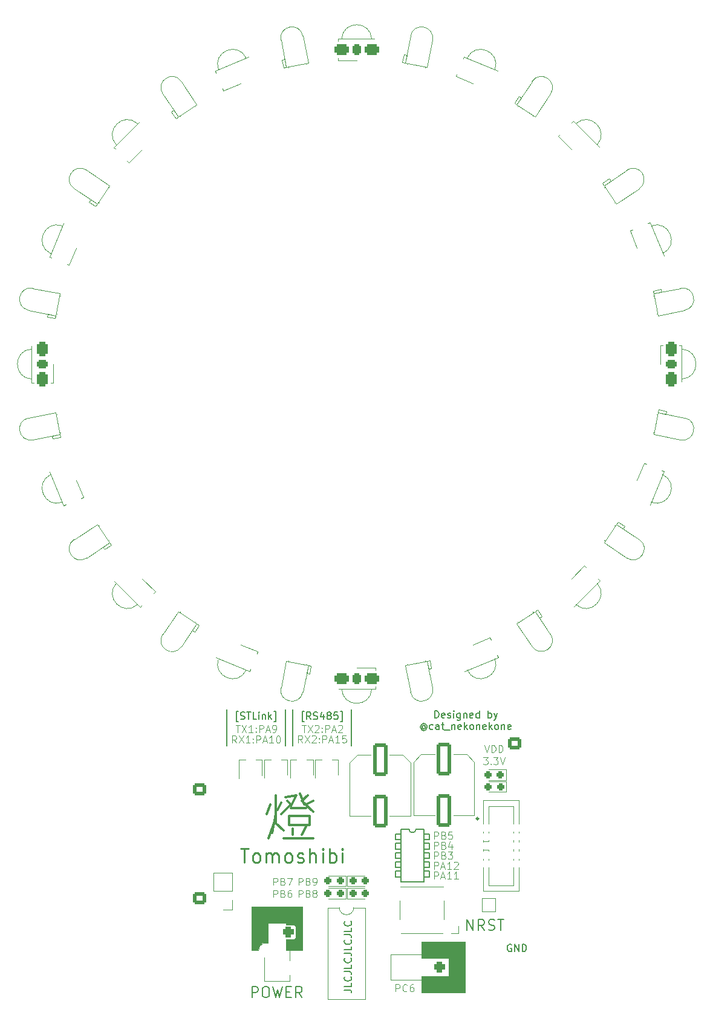
<source format=gbr>
%TF.GenerationSoftware,KiCad,Pcbnew,(6.0.11)*%
%TF.CreationDate,2024-02-10T16:44:09+09:00*%
%TF.ProjectId,IR,49522e6b-6963-4616-945f-706362585858,rev?*%
%TF.SameCoordinates,Original*%
%TF.FileFunction,Legend,Top*%
%TF.FilePolarity,Positive*%
%FSLAX46Y46*%
G04 Gerber Fmt 4.6, Leading zero omitted, Abs format (unit mm)*
G04 Created by KiCad (PCBNEW (6.0.11)) date 2024-02-10 16:44:09*
%MOMM*%
%LPD*%
G01*
G04 APERTURE LIST*
G04 Aperture macros list*
%AMRoundRect*
0 Rectangle with rounded corners*
0 $1 Rounding radius*
0 $2 $3 $4 $5 $6 $7 $8 $9 X,Y pos of 4 corners*
0 Add a 4 corners polygon primitive as box body*
4,1,4,$2,$3,$4,$5,$6,$7,$8,$9,$2,$3,0*
0 Add four circle primitives for the rounded corners*
1,1,$1+$1,$2,$3*
1,1,$1+$1,$4,$5*
1,1,$1+$1,$6,$7*
1,1,$1+$1,$8,$9*
0 Add four rect primitives between the rounded corners*
20,1,$1+$1,$2,$3,$4,$5,0*
20,1,$1+$1,$4,$5,$6,$7,0*
20,1,$1+$1,$6,$7,$8,$9,0*
20,1,$1+$1,$8,$9,$2,$3,0*%
%AMRotRect*
0 Rectangle, with rotation*
0 The origin of the aperture is its center*
0 $1 length*
0 $2 width*
0 $3 Rotation angle, in degrees counterclockwise*
0 Add horizontal line*
21,1,$1,$2,0,0,$3*%
G04 Aperture macros list end*
%ADD10C,0.150000*%
%ADD11C,0.120000*%
%ADD12C,0.130000*%
%ADD13C,0.200000*%
%ADD14C,0.230000*%
%ADD15C,0.380000*%
%ADD16C,0.283607*%
%ADD17RoundRect,0.400000X0.176777X0.742462X-0.742462X-0.176777X-0.176777X-0.742462X0.742462X0.176777X0*%
%ADD18RoundRect,0.300000X-0.141421X0.565685X-0.565685X0.141421X0.141421X-0.565685X0.565685X-0.141421X0*%
%ADD19R,0.700000X1.000000*%
%ADD20RotRect,1.800000X1.800000X33.750000*%
%ADD21C,1.800000*%
%ADD22RotRect,1.800000X1.800000X213.750000*%
%ADD23RoundRect,0.381000X-0.381000X0.381000X-0.381000X-0.381000X0.381000X-0.381000X0.381000X0.381000X0*%
%ADD24C,1.524000*%
%ADD25RotRect,1.800000X1.800000X191.250000*%
%ADD26R,3.250000X0.740000*%
%ADD27RotRect,1.800000X1.800000X101.250000*%
%ADD28RoundRect,0.250001X-0.799999X1.999999X-0.799999X-1.999999X0.799999X-1.999999X0.799999X1.999999X0*%
%ADD29RotRect,1.800000X1.800000X11.300000*%
%ADD30R,1.600000X1.600000*%
%ADD31O,1.600000X1.600000*%
%ADD32RotRect,1.800000X1.800000X123.750000*%
%ADD33RoundRect,0.237500X-0.287500X-0.237500X0.287500X-0.237500X0.287500X0.237500X-0.287500X0.237500X0*%
%ADD34RoundRect,0.400000X-0.176777X-0.742462X0.742462X0.176777X0.176777X0.742462X-0.742462X-0.176777X0*%
%ADD35RoundRect,0.300000X0.141421X-0.565685X0.565685X-0.141421X-0.141421X0.565685X-0.565685X0.141421X0*%
%ADD36R,1.600000X1.400000*%
%ADD37RotRect,1.800000X1.800000X326.250000*%
%ADD38RoundRect,0.400000X0.650000X0.400000X-0.650000X0.400000X-0.650000X-0.400000X0.650000X-0.400000X0*%
%ADD39RoundRect,0.300000X0.300000X0.500000X-0.300000X0.500000X-0.300000X-0.500000X0.300000X-0.500000X0*%
%ADD40RotRect,1.800000X1.800000X348.750000*%
%ADD41RotRect,1.800000X1.800000X146.250000*%
%ADD42RoundRect,0.237500X0.287500X0.237500X-0.287500X0.237500X-0.287500X-0.237500X0.287500X-0.237500X0*%
%ADD43RotRect,1.800000X1.800000X168.750000*%
%ADD44RotRect,1.800000X1.800000X56.250000*%
%ADD45RoundRect,0.400000X0.742462X-0.176777X-0.176777X0.742462X-0.742462X0.176777X0.176777X-0.742462X0*%
%ADD46RoundRect,0.300000X0.565685X0.141421X0.141421X0.565685X-0.565685X-0.141421X-0.141421X-0.565685X0*%
%ADD47RoundRect,0.400000X0.447448X0.618296X-0.753595X0.120808X-0.447448X-0.618296X0.753595X-0.120808X0*%
%ADD48RoundRect,0.300000X0.085822X0.576745X-0.468506X0.347135X-0.085822X-0.576745X0.468506X-0.347135X0*%
%ADD49RoundRect,0.400000X-0.742462X0.176777X0.176777X-0.742462X0.742462X-0.176777X-0.176777X0.742462X0*%
%ADD50RoundRect,0.300000X-0.565685X-0.141421X-0.141421X-0.565685X0.565685X0.141421X0.141421X0.565685X0*%
%ADD51RotRect,1.800000X1.800000X78.750000*%
%ADD52RoundRect,0.400000X-0.120808X0.753595X-0.618296X-0.447448X0.120808X-0.753595X0.618296X0.447448X0*%
%ADD53RoundRect,0.300000X-0.347135X0.468506X-0.576745X-0.085822X0.347135X-0.468506X0.576745X0.085822X0*%
%ADD54RotRect,1.800000X1.800000X236.250000*%
%ADD55R,1.500000X1.500000*%
%ADD56RoundRect,0.400000X0.400000X-0.650000X0.400000X0.650000X-0.400000X0.650000X-0.400000X-0.650000X0*%
%ADD57RoundRect,0.300000X0.500000X-0.300000X0.500000X0.300000X-0.500000X0.300000X-0.500000X-0.300000X0*%
%ADD58RotRect,1.800000X1.800000X281.250000*%
%ADD59RoundRect,0.400000X-0.447448X-0.618296X0.753595X-0.120808X0.447448X0.618296X-0.753595X0.120808X0*%
%ADD60RoundRect,0.300000X-0.085822X-0.576745X0.468506X-0.347135X0.085822X0.576745X-0.468506X0.347135X0*%
%ADD61RotRect,1.800000X1.800000X258.750000*%
%ADD62RoundRect,0.400000X-0.753595X-0.120808X0.447448X-0.618296X0.753595X0.120808X-0.447448X0.618296X0*%
%ADD63RoundRect,0.300000X-0.468506X-0.347135X0.085822X-0.576745X0.468506X0.347135X-0.085822X0.576745X0*%
%ADD64RoundRect,0.400000X-0.400000X0.650000X-0.400000X-0.650000X0.400000X-0.650000X0.400000X0.650000X0*%
%ADD65RoundRect,0.300000X-0.500000X0.300000X-0.500000X-0.300000X0.500000X-0.300000X0.500000X0.300000X0*%
%ADD66RoundRect,0.400000X0.120808X-0.753595X0.618296X0.447448X-0.120808X0.753595X-0.618296X-0.447448X0*%
%ADD67RoundRect,0.300000X0.347135X-0.468506X0.576745X0.085822X-0.347135X0.468506X-0.576745X-0.085822X0*%
%ADD68RoundRect,0.400000X-0.618296X0.447448X-0.120808X-0.753595X0.618296X-0.447448X0.120808X0.753595X0*%
%ADD69RoundRect,0.300000X-0.576745X0.085822X-0.347135X-0.468506X0.576745X-0.085822X0.347135X0.468506X0*%
%ADD70RoundRect,0.400000X-0.650000X-0.400000X0.650000X-0.400000X0.650000X0.400000X-0.650000X0.400000X0*%
%ADD71RoundRect,0.300000X-0.300000X-0.500000X0.300000X-0.500000X0.300000X0.500000X-0.300000X0.500000X0*%
%ADD72RoundRect,0.381000X-0.381000X-0.381000X0.381000X-0.381000X0.381000X0.381000X-0.381000X0.381000X0*%
%ADD73RotRect,1.800000X1.800000X303.750000*%
%ADD74RoundRect,0.400000X0.753595X0.120808X-0.447448X0.618296X-0.753595X-0.120808X0.447448X-0.618296X0*%
%ADD75RoundRect,0.300000X0.468506X0.347135X-0.085822X0.576745X-0.468506X-0.347135X0.085822X-0.576745X0*%
%ADD76R,1.700000X1.700000*%
%ADD77O,1.700000X1.700000*%
%ADD78RoundRect,0.400000X0.618296X-0.447448X0.120808X0.753595X-0.618296X0.447448X-0.120808X-0.753595X0*%
%ADD79RoundRect,0.300000X0.576745X-0.085822X0.347135X0.468506X-0.576745X0.085822X-0.347135X-0.468506X0*%
%ADD80C,2.000000*%
%ADD81RoundRect,0.250000X0.675000X-0.600000X0.675000X0.600000X-0.675000X0.600000X-0.675000X-0.600000X0*%
%ADD82O,1.850000X1.700000*%
%ADD83RoundRect,0.250000X-0.675000X0.600000X-0.675000X-0.600000X0.675000X-0.600000X0.675000X0.600000X0*%
G04 APERTURE END LIST*
D10*
X145780000Y-144350000D02*
X146880000Y-144350000D01*
X147680000Y-145850000D02*
X146880000Y-145850000D01*
X146880000Y-145850000D02*
X146880000Y-145050000D01*
X146880000Y-145050000D02*
X147680000Y-145050000D01*
X147680000Y-145050000D02*
X147680000Y-145850000D01*
X136730000Y-127600000D02*
X136730000Y-132700000D01*
X143680000Y-144350000D02*
X143680000Y-151750000D01*
X143680000Y-149750000D02*
X142880000Y-149750000D01*
X142880000Y-149750000D02*
X142880000Y-148950000D01*
X142880000Y-148950000D02*
X143680000Y-148950000D01*
X143680000Y-148950000D02*
X143680000Y-149750000D01*
X147680000Y-151050000D02*
X146880000Y-151050000D01*
X146880000Y-151050000D02*
X146880000Y-150250000D01*
X146880000Y-150250000D02*
X147680000Y-150250000D01*
X147680000Y-150250000D02*
X147680000Y-151050000D01*
X143680000Y-145850000D02*
X142880000Y-145850000D01*
X142880000Y-145850000D02*
X142880000Y-145050000D01*
X142880000Y-145050000D02*
X143680000Y-145050000D01*
X143680000Y-145050000D02*
X143680000Y-145850000D01*
X143680000Y-147150000D02*
X142880000Y-147150000D01*
X142880000Y-147150000D02*
X142880000Y-146350000D01*
X142880000Y-146350000D02*
X143680000Y-146350000D01*
X143680000Y-146350000D02*
X143680000Y-147150000D01*
X143680000Y-144350000D02*
X144780000Y-144350000D01*
X147680000Y-147150000D02*
X146880000Y-147150000D01*
X146880000Y-147150000D02*
X146880000Y-146350000D01*
X146880000Y-146350000D02*
X147680000Y-146350000D01*
X147680000Y-146350000D02*
X147680000Y-147150000D01*
X146880000Y-144350000D02*
X146880000Y-151750000D01*
X128530000Y-127600000D02*
X128530000Y-132700000D01*
X119280000Y-127600000D02*
X119280000Y-132700000D01*
X143680000Y-151050000D02*
X142880000Y-151050000D01*
X142880000Y-151050000D02*
X142880000Y-150250000D01*
X142880000Y-150250000D02*
X143680000Y-150250000D01*
X143680000Y-150250000D02*
X143680000Y-151050000D01*
X147680000Y-149750000D02*
X146880000Y-149750000D01*
X146880000Y-149750000D02*
X146880000Y-148950000D01*
X146880000Y-148950000D02*
X147680000Y-148950000D01*
X147680000Y-148950000D02*
X147680000Y-149750000D01*
X147680000Y-148450000D02*
X146880000Y-148450000D01*
X146880000Y-148450000D02*
X146880000Y-147650000D01*
X146880000Y-147650000D02*
X147680000Y-147650000D01*
X147680000Y-147650000D02*
X147680000Y-148450000D01*
X127480000Y-127600000D02*
X127480000Y-132700000D01*
X143680000Y-148450000D02*
X142880000Y-148450000D01*
X142880000Y-148450000D02*
X142880000Y-147650000D01*
X142880000Y-147650000D02*
X143680000Y-147650000D01*
X143680000Y-147650000D02*
X143680000Y-148450000D01*
X143680000Y-151750000D02*
X146880000Y-151750000D01*
X144780000Y-144350000D02*
G75*
G03*
X145780000Y-144350000I500000J0D01*
G01*
D11*
X148341904Y-147152380D02*
X148341904Y-146152380D01*
X148722857Y-146152380D01*
X148818095Y-146200000D01*
X148865714Y-146247619D01*
X148913333Y-146342857D01*
X148913333Y-146485714D01*
X148865714Y-146580952D01*
X148818095Y-146628571D01*
X148722857Y-146676190D01*
X148341904Y-146676190D01*
X149675238Y-146628571D02*
X149818095Y-146676190D01*
X149865714Y-146723809D01*
X149913333Y-146819047D01*
X149913333Y-146961904D01*
X149865714Y-147057142D01*
X149818095Y-147104761D01*
X149722857Y-147152380D01*
X149341904Y-147152380D01*
X149341904Y-146152380D01*
X149675238Y-146152380D01*
X149770476Y-146200000D01*
X149818095Y-146247619D01*
X149865714Y-146342857D01*
X149865714Y-146438095D01*
X149818095Y-146533333D01*
X149770476Y-146580952D01*
X149675238Y-146628571D01*
X149341904Y-146628571D01*
X150770476Y-146485714D02*
X150770476Y-147152380D01*
X150532380Y-146104761D02*
X150294285Y-146819047D01*
X150913333Y-146819047D01*
X129341904Y-152202380D02*
X129341904Y-151202380D01*
X129722857Y-151202380D01*
X129818095Y-151250000D01*
X129865714Y-151297619D01*
X129913333Y-151392857D01*
X129913333Y-151535714D01*
X129865714Y-151630952D01*
X129818095Y-151678571D01*
X129722857Y-151726190D01*
X129341904Y-151726190D01*
X130675238Y-151678571D02*
X130818095Y-151726190D01*
X130865714Y-151773809D01*
X130913333Y-151869047D01*
X130913333Y-152011904D01*
X130865714Y-152107142D01*
X130818095Y-152154761D01*
X130722857Y-152202380D01*
X130341904Y-152202380D01*
X130341904Y-151202380D01*
X130675238Y-151202380D01*
X130770476Y-151250000D01*
X130818095Y-151297619D01*
X130865714Y-151392857D01*
X130865714Y-151488095D01*
X130818095Y-151583333D01*
X130770476Y-151630952D01*
X130675238Y-151678571D01*
X130341904Y-151678571D01*
X131389523Y-152202380D02*
X131580000Y-152202380D01*
X131675238Y-152154761D01*
X131722857Y-152107142D01*
X131818095Y-151964285D01*
X131865714Y-151773809D01*
X131865714Y-151392857D01*
X131818095Y-151297619D01*
X131770476Y-151250000D01*
X131675238Y-151202380D01*
X131484761Y-151202380D01*
X131389523Y-151250000D01*
X131341904Y-151297619D01*
X131294285Y-151392857D01*
X131294285Y-151630952D01*
X131341904Y-151726190D01*
X131389523Y-151773809D01*
X131484761Y-151821428D01*
X131675238Y-151821428D01*
X131770476Y-151773809D01*
X131818095Y-151726190D01*
X131865714Y-151630952D01*
X129799047Y-129802380D02*
X130370476Y-129802380D01*
X130084761Y-130802380D02*
X130084761Y-129802380D01*
X130608571Y-129802380D02*
X131275238Y-130802380D01*
X131275238Y-129802380D02*
X130608571Y-130802380D01*
X131608571Y-129897619D02*
X131656190Y-129850000D01*
X131751428Y-129802380D01*
X131989523Y-129802380D01*
X132084761Y-129850000D01*
X132132380Y-129897619D01*
X132180000Y-129992857D01*
X132180000Y-130088095D01*
X132132380Y-130230952D01*
X131560952Y-130802380D01*
X132180000Y-130802380D01*
X132608571Y-130707142D02*
X132656190Y-130754761D01*
X132608571Y-130802380D01*
X132560952Y-130754761D01*
X132608571Y-130707142D01*
X132608571Y-130802380D01*
X132608571Y-130183333D02*
X132656190Y-130230952D01*
X132608571Y-130278571D01*
X132560952Y-130230952D01*
X132608571Y-130183333D01*
X132608571Y-130278571D01*
X133084761Y-130802380D02*
X133084761Y-129802380D01*
X133465714Y-129802380D01*
X133560952Y-129850000D01*
X133608571Y-129897619D01*
X133656190Y-129992857D01*
X133656190Y-130135714D01*
X133608571Y-130230952D01*
X133560952Y-130278571D01*
X133465714Y-130326190D01*
X133084761Y-130326190D01*
X134037142Y-130516666D02*
X134513333Y-130516666D01*
X133941904Y-130802380D02*
X134275238Y-129802380D01*
X134608571Y-130802380D01*
X134894285Y-129897619D02*
X134941904Y-129850000D01*
X135037142Y-129802380D01*
X135275238Y-129802380D01*
X135370476Y-129850000D01*
X135418095Y-129897619D01*
X135465714Y-129992857D01*
X135465714Y-130088095D01*
X135418095Y-130230952D01*
X134846666Y-130802380D01*
X135465714Y-130802380D01*
X148337142Y-149952380D02*
X148337142Y-148952380D01*
X148718095Y-148952380D01*
X148813333Y-149000000D01*
X148860952Y-149047619D01*
X148908571Y-149142857D01*
X148908571Y-149285714D01*
X148860952Y-149380952D01*
X148813333Y-149428571D01*
X148718095Y-149476190D01*
X148337142Y-149476190D01*
X149289523Y-149666666D02*
X149765714Y-149666666D01*
X149194285Y-149952380D02*
X149527619Y-148952380D01*
X149860952Y-149952380D01*
X150718095Y-149952380D02*
X150146666Y-149952380D01*
X150432380Y-149952380D02*
X150432380Y-148952380D01*
X150337142Y-149095238D01*
X150241904Y-149190476D01*
X150146666Y-149238095D01*
X151099047Y-149047619D02*
X151146666Y-149000000D01*
X151241904Y-148952380D01*
X151480000Y-148952380D01*
X151575238Y-149000000D01*
X151622857Y-149047619D01*
X151670476Y-149142857D01*
X151670476Y-149238095D01*
X151622857Y-149380952D01*
X151051428Y-149952380D01*
X151670476Y-149952380D01*
D10*
X135732380Y-166869047D02*
X136446666Y-166869047D01*
X136589523Y-166916666D01*
X136684761Y-167011904D01*
X136732380Y-167154761D01*
X136732380Y-167250000D01*
X136732380Y-165916666D02*
X136732380Y-166392857D01*
X135732380Y-166392857D01*
X136637142Y-165011904D02*
X136684761Y-165059523D01*
X136732380Y-165202380D01*
X136732380Y-165297619D01*
X136684761Y-165440476D01*
X136589523Y-165535714D01*
X136494285Y-165583333D01*
X136303809Y-165630952D01*
X136160952Y-165630952D01*
X135970476Y-165583333D01*
X135875238Y-165535714D01*
X135780000Y-165440476D01*
X135732380Y-165297619D01*
X135732380Y-165202380D01*
X135780000Y-165059523D01*
X135827619Y-165011904D01*
X135732380Y-164297619D02*
X136446666Y-164297619D01*
X136589523Y-164345238D01*
X136684761Y-164440476D01*
X136732380Y-164583333D01*
X136732380Y-164678571D01*
X136732380Y-163345238D02*
X136732380Y-163821428D01*
X135732380Y-163821428D01*
X136637142Y-162440476D02*
X136684761Y-162488095D01*
X136732380Y-162630952D01*
X136732380Y-162726190D01*
X136684761Y-162869047D01*
X136589523Y-162964285D01*
X136494285Y-163011904D01*
X136303809Y-163059523D01*
X136160952Y-163059523D01*
X135970476Y-163011904D01*
X135875238Y-162964285D01*
X135780000Y-162869047D01*
X135732380Y-162726190D01*
X135732380Y-162630952D01*
X135780000Y-162488095D01*
X135827619Y-162440476D01*
X135732380Y-161726190D02*
X136446666Y-161726190D01*
X136589523Y-161773809D01*
X136684761Y-161869047D01*
X136732380Y-162011904D01*
X136732380Y-162107142D01*
X136732380Y-160773809D02*
X136732380Y-161250000D01*
X135732380Y-161250000D01*
X136637142Y-159869047D02*
X136684761Y-159916666D01*
X136732380Y-160059523D01*
X136732380Y-160154761D01*
X136684761Y-160297619D01*
X136589523Y-160392857D01*
X136494285Y-160440476D01*
X136303809Y-160488095D01*
X136160952Y-160488095D01*
X135970476Y-160440476D01*
X135875238Y-160392857D01*
X135780000Y-160297619D01*
X135732380Y-160154761D01*
X135732380Y-160059523D01*
X135780000Y-159916666D01*
X135827619Y-159869047D01*
X135732380Y-159154761D02*
X136446666Y-159154761D01*
X136589523Y-159202380D01*
X136684761Y-159297619D01*
X136732380Y-159440476D01*
X136732380Y-159535714D01*
X136732380Y-158202380D02*
X136732380Y-158678571D01*
X135732380Y-158678571D01*
X136637142Y-157297619D02*
X136684761Y-157345238D01*
X136732380Y-157488095D01*
X136732380Y-157583333D01*
X136684761Y-157726190D01*
X136589523Y-157821428D01*
X136494285Y-157869047D01*
X136303809Y-157916666D01*
X136160952Y-157916666D01*
X135970476Y-157869047D01*
X135875238Y-157821428D01*
X135780000Y-157726190D01*
X135732380Y-157583333D01*
X135732380Y-157488095D01*
X135780000Y-157345238D01*
X135827619Y-157297619D01*
D12*
X120880000Y-129335714D02*
X120641904Y-129335714D01*
X120641904Y-127907142D01*
X120880000Y-127907142D01*
X121213333Y-128954761D02*
X121356190Y-129002380D01*
X121594285Y-129002380D01*
X121689523Y-128954761D01*
X121737142Y-128907142D01*
X121784761Y-128811904D01*
X121784761Y-128716666D01*
X121737142Y-128621428D01*
X121689523Y-128573809D01*
X121594285Y-128526190D01*
X121403809Y-128478571D01*
X121308571Y-128430952D01*
X121260952Y-128383333D01*
X121213333Y-128288095D01*
X121213333Y-128192857D01*
X121260952Y-128097619D01*
X121308571Y-128050000D01*
X121403809Y-128002380D01*
X121641904Y-128002380D01*
X121784761Y-128050000D01*
X122070476Y-128002380D02*
X122641904Y-128002380D01*
X122356190Y-129002380D02*
X122356190Y-128002380D01*
X123451428Y-129002380D02*
X122975238Y-129002380D01*
X122975238Y-128002380D01*
X123784761Y-129002380D02*
X123784761Y-128335714D01*
X123784761Y-128002380D02*
X123737142Y-128050000D01*
X123784761Y-128097619D01*
X123832380Y-128050000D01*
X123784761Y-128002380D01*
X123784761Y-128097619D01*
X124260952Y-128335714D02*
X124260952Y-129002380D01*
X124260952Y-128430952D02*
X124308571Y-128383333D01*
X124403809Y-128335714D01*
X124546666Y-128335714D01*
X124641904Y-128383333D01*
X124689523Y-128478571D01*
X124689523Y-129002380D01*
X125165714Y-129002380D02*
X125165714Y-128002380D01*
X125260952Y-128621428D02*
X125546666Y-129002380D01*
X125546666Y-128335714D02*
X125165714Y-128716666D01*
X125880000Y-129335714D02*
X126118095Y-129335714D01*
X126118095Y-127907142D01*
X125880000Y-127907142D01*
D11*
X125841904Y-152202380D02*
X125841904Y-151202380D01*
X126222857Y-151202380D01*
X126318095Y-151250000D01*
X126365714Y-151297619D01*
X126413333Y-151392857D01*
X126413333Y-151535714D01*
X126365714Y-151630952D01*
X126318095Y-151678571D01*
X126222857Y-151726190D01*
X125841904Y-151726190D01*
X127175238Y-151678571D02*
X127318095Y-151726190D01*
X127365714Y-151773809D01*
X127413333Y-151869047D01*
X127413333Y-152011904D01*
X127365714Y-152107142D01*
X127318095Y-152154761D01*
X127222857Y-152202380D01*
X126841904Y-152202380D01*
X126841904Y-151202380D01*
X127175238Y-151202380D01*
X127270476Y-151250000D01*
X127318095Y-151297619D01*
X127365714Y-151392857D01*
X127365714Y-151488095D01*
X127318095Y-151583333D01*
X127270476Y-151630952D01*
X127175238Y-151678571D01*
X126841904Y-151678571D01*
X127746666Y-151202380D02*
X128413333Y-151202380D01*
X127984761Y-152202380D01*
D12*
X148396666Y-128797380D02*
X148396666Y-127797380D01*
X148634761Y-127797380D01*
X148777619Y-127845000D01*
X148872857Y-127940238D01*
X148920476Y-128035476D01*
X148968095Y-128225952D01*
X148968095Y-128368809D01*
X148920476Y-128559285D01*
X148872857Y-128654523D01*
X148777619Y-128749761D01*
X148634761Y-128797380D01*
X148396666Y-128797380D01*
X149777619Y-128749761D02*
X149682380Y-128797380D01*
X149491904Y-128797380D01*
X149396666Y-128749761D01*
X149349047Y-128654523D01*
X149349047Y-128273571D01*
X149396666Y-128178333D01*
X149491904Y-128130714D01*
X149682380Y-128130714D01*
X149777619Y-128178333D01*
X149825238Y-128273571D01*
X149825238Y-128368809D01*
X149349047Y-128464047D01*
X150206190Y-128749761D02*
X150301428Y-128797380D01*
X150491904Y-128797380D01*
X150587142Y-128749761D01*
X150634761Y-128654523D01*
X150634761Y-128606904D01*
X150587142Y-128511666D01*
X150491904Y-128464047D01*
X150349047Y-128464047D01*
X150253809Y-128416428D01*
X150206190Y-128321190D01*
X150206190Y-128273571D01*
X150253809Y-128178333D01*
X150349047Y-128130714D01*
X150491904Y-128130714D01*
X150587142Y-128178333D01*
X151063333Y-128797380D02*
X151063333Y-128130714D01*
X151063333Y-127797380D02*
X151015714Y-127845000D01*
X151063333Y-127892619D01*
X151110952Y-127845000D01*
X151063333Y-127797380D01*
X151063333Y-127892619D01*
X151968095Y-128130714D02*
X151968095Y-128940238D01*
X151920476Y-129035476D01*
X151872857Y-129083095D01*
X151777619Y-129130714D01*
X151634761Y-129130714D01*
X151539523Y-129083095D01*
X151968095Y-128749761D02*
X151872857Y-128797380D01*
X151682380Y-128797380D01*
X151587142Y-128749761D01*
X151539523Y-128702142D01*
X151491904Y-128606904D01*
X151491904Y-128321190D01*
X151539523Y-128225952D01*
X151587142Y-128178333D01*
X151682380Y-128130714D01*
X151872857Y-128130714D01*
X151968095Y-128178333D01*
X152444285Y-128130714D02*
X152444285Y-128797380D01*
X152444285Y-128225952D02*
X152491904Y-128178333D01*
X152587142Y-128130714D01*
X152730000Y-128130714D01*
X152825238Y-128178333D01*
X152872857Y-128273571D01*
X152872857Y-128797380D01*
X153730000Y-128749761D02*
X153634761Y-128797380D01*
X153444285Y-128797380D01*
X153349047Y-128749761D01*
X153301428Y-128654523D01*
X153301428Y-128273571D01*
X153349047Y-128178333D01*
X153444285Y-128130714D01*
X153634761Y-128130714D01*
X153730000Y-128178333D01*
X153777619Y-128273571D01*
X153777619Y-128368809D01*
X153301428Y-128464047D01*
X154634761Y-128797380D02*
X154634761Y-127797380D01*
X154634761Y-128749761D02*
X154539523Y-128797380D01*
X154349047Y-128797380D01*
X154253809Y-128749761D01*
X154206190Y-128702142D01*
X154158571Y-128606904D01*
X154158571Y-128321190D01*
X154206190Y-128225952D01*
X154253809Y-128178333D01*
X154349047Y-128130714D01*
X154539523Y-128130714D01*
X154634761Y-128178333D01*
X155872857Y-128797380D02*
X155872857Y-127797380D01*
X155872857Y-128178333D02*
X155968095Y-128130714D01*
X156158571Y-128130714D01*
X156253809Y-128178333D01*
X156301428Y-128225952D01*
X156349047Y-128321190D01*
X156349047Y-128606904D01*
X156301428Y-128702142D01*
X156253809Y-128749761D01*
X156158571Y-128797380D01*
X155968095Y-128797380D01*
X155872857Y-128749761D01*
X156682380Y-128130714D02*
X156920476Y-128797380D01*
X157158571Y-128130714D02*
X156920476Y-128797380D01*
X156825238Y-129035476D01*
X156777619Y-129083095D01*
X156682380Y-129130714D01*
X147039523Y-129931190D02*
X146991904Y-129883571D01*
X146896666Y-129835952D01*
X146801428Y-129835952D01*
X146706190Y-129883571D01*
X146658571Y-129931190D01*
X146610952Y-130026428D01*
X146610952Y-130121666D01*
X146658571Y-130216904D01*
X146706190Y-130264523D01*
X146801428Y-130312142D01*
X146896666Y-130312142D01*
X146991904Y-130264523D01*
X147039523Y-130216904D01*
X147039523Y-129835952D02*
X147039523Y-130216904D01*
X147087142Y-130264523D01*
X147134761Y-130264523D01*
X147230000Y-130216904D01*
X147277619Y-130121666D01*
X147277619Y-129883571D01*
X147182380Y-129740714D01*
X147039523Y-129645476D01*
X146849047Y-129597857D01*
X146658571Y-129645476D01*
X146515714Y-129740714D01*
X146420476Y-129883571D01*
X146372857Y-130074047D01*
X146420476Y-130264523D01*
X146515714Y-130407380D01*
X146658571Y-130502619D01*
X146849047Y-130550238D01*
X147039523Y-130502619D01*
X147182380Y-130407380D01*
X148134761Y-130359761D02*
X148039523Y-130407380D01*
X147849047Y-130407380D01*
X147753809Y-130359761D01*
X147706190Y-130312142D01*
X147658571Y-130216904D01*
X147658571Y-129931190D01*
X147706190Y-129835952D01*
X147753809Y-129788333D01*
X147849047Y-129740714D01*
X148039523Y-129740714D01*
X148134761Y-129788333D01*
X148991904Y-130407380D02*
X148991904Y-129883571D01*
X148944285Y-129788333D01*
X148849047Y-129740714D01*
X148658571Y-129740714D01*
X148563333Y-129788333D01*
X148991904Y-130359761D02*
X148896666Y-130407380D01*
X148658571Y-130407380D01*
X148563333Y-130359761D01*
X148515714Y-130264523D01*
X148515714Y-130169285D01*
X148563333Y-130074047D01*
X148658571Y-130026428D01*
X148896666Y-130026428D01*
X148991904Y-129978809D01*
X149325238Y-129740714D02*
X149706190Y-129740714D01*
X149468095Y-129407380D02*
X149468095Y-130264523D01*
X149515714Y-130359761D01*
X149610952Y-130407380D01*
X149706190Y-130407380D01*
X149801428Y-130502619D02*
X150563333Y-130502619D01*
X150801428Y-129740714D02*
X150801428Y-130407380D01*
X150801428Y-129835952D02*
X150849047Y-129788333D01*
X150944285Y-129740714D01*
X151087142Y-129740714D01*
X151182380Y-129788333D01*
X151230000Y-129883571D01*
X151230000Y-130407380D01*
X152087142Y-130359761D02*
X151991904Y-130407380D01*
X151801428Y-130407380D01*
X151706190Y-130359761D01*
X151658571Y-130264523D01*
X151658571Y-129883571D01*
X151706190Y-129788333D01*
X151801428Y-129740714D01*
X151991904Y-129740714D01*
X152087142Y-129788333D01*
X152134761Y-129883571D01*
X152134761Y-129978809D01*
X151658571Y-130074047D01*
X152563333Y-130407380D02*
X152563333Y-129407380D01*
X152658571Y-130026428D02*
X152944285Y-130407380D01*
X152944285Y-129740714D02*
X152563333Y-130121666D01*
X153515714Y-130407380D02*
X153420476Y-130359761D01*
X153372857Y-130312142D01*
X153325238Y-130216904D01*
X153325238Y-129931190D01*
X153372857Y-129835952D01*
X153420476Y-129788333D01*
X153515714Y-129740714D01*
X153658571Y-129740714D01*
X153753809Y-129788333D01*
X153801428Y-129835952D01*
X153849047Y-129931190D01*
X153849047Y-130216904D01*
X153801428Y-130312142D01*
X153753809Y-130359761D01*
X153658571Y-130407380D01*
X153515714Y-130407380D01*
X154277619Y-129740714D02*
X154277619Y-130407380D01*
X154277619Y-129835952D02*
X154325238Y-129788333D01*
X154420476Y-129740714D01*
X154563333Y-129740714D01*
X154658571Y-129788333D01*
X154706190Y-129883571D01*
X154706190Y-130407380D01*
X155563333Y-130359761D02*
X155468095Y-130407380D01*
X155277619Y-130407380D01*
X155182380Y-130359761D01*
X155134761Y-130264523D01*
X155134761Y-129883571D01*
X155182380Y-129788333D01*
X155277619Y-129740714D01*
X155468095Y-129740714D01*
X155563333Y-129788333D01*
X155610952Y-129883571D01*
X155610952Y-129978809D01*
X155134761Y-130074047D01*
X156039523Y-130407380D02*
X156039523Y-129407380D01*
X156134761Y-130026428D02*
X156420476Y-130407380D01*
X156420476Y-129740714D02*
X156039523Y-130121666D01*
X156991904Y-130407380D02*
X156896666Y-130359761D01*
X156849047Y-130312142D01*
X156801428Y-130216904D01*
X156801428Y-129931190D01*
X156849047Y-129835952D01*
X156896666Y-129788333D01*
X156991904Y-129740714D01*
X157134761Y-129740714D01*
X157230000Y-129788333D01*
X157277619Y-129835952D01*
X157325238Y-129931190D01*
X157325238Y-130216904D01*
X157277619Y-130312142D01*
X157230000Y-130359761D01*
X157134761Y-130407380D01*
X156991904Y-130407380D01*
X157753809Y-129740714D02*
X157753809Y-130407380D01*
X157753809Y-129835952D02*
X157801428Y-129788333D01*
X157896666Y-129740714D01*
X158039523Y-129740714D01*
X158134761Y-129788333D01*
X158182380Y-129883571D01*
X158182380Y-130407380D01*
X159039523Y-130359761D02*
X158944285Y-130407380D01*
X158753809Y-130407380D01*
X158658571Y-130359761D01*
X158610952Y-130264523D01*
X158610952Y-129883571D01*
X158658571Y-129788333D01*
X158753809Y-129740714D01*
X158944285Y-129740714D01*
X159039523Y-129788333D01*
X159087142Y-129883571D01*
X159087142Y-129978809D01*
X158610952Y-130074047D01*
D11*
X129868095Y-132252380D02*
X129534761Y-131776190D01*
X129296666Y-132252380D02*
X129296666Y-131252380D01*
X129677619Y-131252380D01*
X129772857Y-131300000D01*
X129820476Y-131347619D01*
X129868095Y-131442857D01*
X129868095Y-131585714D01*
X129820476Y-131680952D01*
X129772857Y-131728571D01*
X129677619Y-131776190D01*
X129296666Y-131776190D01*
X130201428Y-131252380D02*
X130868095Y-132252380D01*
X130868095Y-131252380D02*
X130201428Y-132252380D01*
X131201428Y-131347619D02*
X131249047Y-131300000D01*
X131344285Y-131252380D01*
X131582380Y-131252380D01*
X131677619Y-131300000D01*
X131725238Y-131347619D01*
X131772857Y-131442857D01*
X131772857Y-131538095D01*
X131725238Y-131680952D01*
X131153809Y-132252380D01*
X131772857Y-132252380D01*
X132201428Y-132157142D02*
X132249047Y-132204761D01*
X132201428Y-132252380D01*
X132153809Y-132204761D01*
X132201428Y-132157142D01*
X132201428Y-132252380D01*
X132201428Y-131633333D02*
X132249047Y-131680952D01*
X132201428Y-131728571D01*
X132153809Y-131680952D01*
X132201428Y-131633333D01*
X132201428Y-131728571D01*
X132677619Y-132252380D02*
X132677619Y-131252380D01*
X133058571Y-131252380D01*
X133153809Y-131300000D01*
X133201428Y-131347619D01*
X133249047Y-131442857D01*
X133249047Y-131585714D01*
X133201428Y-131680952D01*
X133153809Y-131728571D01*
X133058571Y-131776190D01*
X132677619Y-131776190D01*
X133630000Y-131966666D02*
X134106190Y-131966666D01*
X133534761Y-132252380D02*
X133868095Y-131252380D01*
X134201428Y-132252380D01*
X135058571Y-132252380D02*
X134487142Y-132252380D01*
X134772857Y-132252380D02*
X134772857Y-131252380D01*
X134677619Y-131395238D01*
X134582380Y-131490476D01*
X134487142Y-131538095D01*
X135963333Y-131252380D02*
X135487142Y-131252380D01*
X135439523Y-131728571D01*
X135487142Y-131680952D01*
X135582380Y-131633333D01*
X135820476Y-131633333D01*
X135915714Y-131680952D01*
X135963333Y-131728571D01*
X136010952Y-131823809D01*
X136010952Y-132061904D01*
X135963333Y-132157142D01*
X135915714Y-132204761D01*
X135820476Y-132252380D01*
X135582380Y-132252380D01*
X135487142Y-132204761D01*
X135439523Y-132157142D01*
X148341904Y-148552380D02*
X148341904Y-147552380D01*
X148722857Y-147552380D01*
X148818095Y-147600000D01*
X148865714Y-147647619D01*
X148913333Y-147742857D01*
X148913333Y-147885714D01*
X148865714Y-147980952D01*
X148818095Y-148028571D01*
X148722857Y-148076190D01*
X148341904Y-148076190D01*
X149675238Y-148028571D02*
X149818095Y-148076190D01*
X149865714Y-148123809D01*
X149913333Y-148219047D01*
X149913333Y-148361904D01*
X149865714Y-148457142D01*
X149818095Y-148504761D01*
X149722857Y-148552380D01*
X149341904Y-148552380D01*
X149341904Y-147552380D01*
X149675238Y-147552380D01*
X149770476Y-147600000D01*
X149818095Y-147647619D01*
X149865714Y-147742857D01*
X149865714Y-147838095D01*
X149818095Y-147933333D01*
X149770476Y-147980952D01*
X149675238Y-148028571D01*
X149341904Y-148028571D01*
X150246666Y-147552380D02*
X150865714Y-147552380D01*
X150532380Y-147933333D01*
X150675238Y-147933333D01*
X150770476Y-147980952D01*
X150818095Y-148028571D01*
X150865714Y-148123809D01*
X150865714Y-148361904D01*
X150818095Y-148457142D01*
X150770476Y-148504761D01*
X150675238Y-148552380D01*
X150389523Y-148552380D01*
X150294285Y-148504761D01*
X150246666Y-148457142D01*
X155346666Y-132602380D02*
X155680000Y-133602380D01*
X156013333Y-132602380D01*
X156346666Y-133602380D02*
X156346666Y-132602380D01*
X156584761Y-132602380D01*
X156727619Y-132650000D01*
X156822857Y-132745238D01*
X156870476Y-132840476D01*
X156918095Y-133030952D01*
X156918095Y-133173809D01*
X156870476Y-133364285D01*
X156822857Y-133459523D01*
X156727619Y-133554761D01*
X156584761Y-133602380D01*
X156346666Y-133602380D01*
X157346666Y-133602380D02*
X157346666Y-132602380D01*
X157584761Y-132602380D01*
X157727619Y-132650000D01*
X157822857Y-132745238D01*
X157870476Y-132840476D01*
X157918095Y-133030952D01*
X157918095Y-133173809D01*
X157870476Y-133364285D01*
X157822857Y-133459523D01*
X157727619Y-133554761D01*
X157584761Y-133602380D01*
X157346666Y-133602380D01*
X125841904Y-153902380D02*
X125841904Y-152902380D01*
X126222857Y-152902380D01*
X126318095Y-152950000D01*
X126365714Y-152997619D01*
X126413333Y-153092857D01*
X126413333Y-153235714D01*
X126365714Y-153330952D01*
X126318095Y-153378571D01*
X126222857Y-153426190D01*
X125841904Y-153426190D01*
X127175238Y-153378571D02*
X127318095Y-153426190D01*
X127365714Y-153473809D01*
X127413333Y-153569047D01*
X127413333Y-153711904D01*
X127365714Y-153807142D01*
X127318095Y-153854761D01*
X127222857Y-153902380D01*
X126841904Y-153902380D01*
X126841904Y-152902380D01*
X127175238Y-152902380D01*
X127270476Y-152950000D01*
X127318095Y-152997619D01*
X127365714Y-153092857D01*
X127365714Y-153188095D01*
X127318095Y-153283333D01*
X127270476Y-153330952D01*
X127175238Y-153378571D01*
X126841904Y-153378571D01*
X128270476Y-152902380D02*
X128080000Y-152902380D01*
X127984761Y-152950000D01*
X127937142Y-152997619D01*
X127841904Y-153140476D01*
X127794285Y-153330952D01*
X127794285Y-153711904D01*
X127841904Y-153807142D01*
X127889523Y-153854761D01*
X127984761Y-153902380D01*
X128175238Y-153902380D01*
X128270476Y-153854761D01*
X128318095Y-153807142D01*
X128365714Y-153711904D01*
X128365714Y-153473809D01*
X128318095Y-153378571D01*
X128270476Y-153330952D01*
X128175238Y-153283333D01*
X127984761Y-153283333D01*
X127889523Y-153330952D01*
X127841904Y-153378571D01*
X127794285Y-153473809D01*
D13*
X152915714Y-158528571D02*
X152915714Y-157028571D01*
X153772857Y-158528571D01*
X153772857Y-157028571D01*
X155344285Y-158528571D02*
X154844285Y-157814285D01*
X154487142Y-158528571D02*
X154487142Y-157028571D01*
X155058571Y-157028571D01*
X155201428Y-157100000D01*
X155272857Y-157171428D01*
X155344285Y-157314285D01*
X155344285Y-157528571D01*
X155272857Y-157671428D01*
X155201428Y-157742857D01*
X155058571Y-157814285D01*
X154487142Y-157814285D01*
X155915714Y-158457142D02*
X156130000Y-158528571D01*
X156487142Y-158528571D01*
X156630000Y-158457142D01*
X156701428Y-158385714D01*
X156772857Y-158242857D01*
X156772857Y-158100000D01*
X156701428Y-157957142D01*
X156630000Y-157885714D01*
X156487142Y-157814285D01*
X156201428Y-157742857D01*
X156058571Y-157671428D01*
X155987142Y-157600000D01*
X155915714Y-157457142D01*
X155915714Y-157314285D01*
X155987142Y-157171428D01*
X156058571Y-157100000D01*
X156201428Y-157028571D01*
X156558571Y-157028571D01*
X156772857Y-157100000D01*
X157201428Y-157028571D02*
X158058571Y-157028571D01*
X157630000Y-158528571D02*
X157630000Y-157028571D01*
D12*
X130082380Y-129335714D02*
X129844285Y-129335714D01*
X129844285Y-127907142D01*
X130082380Y-127907142D01*
X131034761Y-129002380D02*
X130701428Y-128526190D01*
X130463333Y-129002380D02*
X130463333Y-128002380D01*
X130844285Y-128002380D01*
X130939523Y-128050000D01*
X130987142Y-128097619D01*
X131034761Y-128192857D01*
X131034761Y-128335714D01*
X130987142Y-128430952D01*
X130939523Y-128478571D01*
X130844285Y-128526190D01*
X130463333Y-128526190D01*
X131415714Y-128954761D02*
X131558571Y-129002380D01*
X131796666Y-129002380D01*
X131891904Y-128954761D01*
X131939523Y-128907142D01*
X131987142Y-128811904D01*
X131987142Y-128716666D01*
X131939523Y-128621428D01*
X131891904Y-128573809D01*
X131796666Y-128526190D01*
X131606190Y-128478571D01*
X131510952Y-128430952D01*
X131463333Y-128383333D01*
X131415714Y-128288095D01*
X131415714Y-128192857D01*
X131463333Y-128097619D01*
X131510952Y-128050000D01*
X131606190Y-128002380D01*
X131844285Y-128002380D01*
X131987142Y-128050000D01*
X132844285Y-128335714D02*
X132844285Y-129002380D01*
X132606190Y-127954761D02*
X132368095Y-128669047D01*
X132987142Y-128669047D01*
X133510952Y-128430952D02*
X133415714Y-128383333D01*
X133368095Y-128335714D01*
X133320476Y-128240476D01*
X133320476Y-128192857D01*
X133368095Y-128097619D01*
X133415714Y-128050000D01*
X133510952Y-128002380D01*
X133701428Y-128002380D01*
X133796666Y-128050000D01*
X133844285Y-128097619D01*
X133891904Y-128192857D01*
X133891904Y-128240476D01*
X133844285Y-128335714D01*
X133796666Y-128383333D01*
X133701428Y-128430952D01*
X133510952Y-128430952D01*
X133415714Y-128478571D01*
X133368095Y-128526190D01*
X133320476Y-128621428D01*
X133320476Y-128811904D01*
X133368095Y-128907142D01*
X133415714Y-128954761D01*
X133510952Y-129002380D01*
X133701428Y-129002380D01*
X133796666Y-128954761D01*
X133844285Y-128907142D01*
X133891904Y-128811904D01*
X133891904Y-128621428D01*
X133844285Y-128526190D01*
X133796666Y-128478571D01*
X133701428Y-128430952D01*
X134796666Y-128002380D02*
X134320476Y-128002380D01*
X134272857Y-128478571D01*
X134320476Y-128430952D01*
X134415714Y-128383333D01*
X134653809Y-128383333D01*
X134749047Y-128430952D01*
X134796666Y-128478571D01*
X134844285Y-128573809D01*
X134844285Y-128811904D01*
X134796666Y-128907142D01*
X134749047Y-128954761D01*
X134653809Y-129002380D01*
X134415714Y-129002380D01*
X134320476Y-128954761D01*
X134272857Y-128907142D01*
X135177619Y-129335714D02*
X135415714Y-129335714D01*
X135415714Y-127907142D01*
X135177619Y-127907142D01*
D11*
X148337142Y-151352380D02*
X148337142Y-150352380D01*
X148718095Y-150352380D01*
X148813333Y-150400000D01*
X148860952Y-150447619D01*
X148908571Y-150542857D01*
X148908571Y-150685714D01*
X148860952Y-150780952D01*
X148813333Y-150828571D01*
X148718095Y-150876190D01*
X148337142Y-150876190D01*
X149289523Y-151066666D02*
X149765714Y-151066666D01*
X149194285Y-151352380D02*
X149527619Y-150352380D01*
X149860952Y-151352380D01*
X150718095Y-151352380D02*
X150146666Y-151352380D01*
X150432380Y-151352380D02*
X150432380Y-150352380D01*
X150337142Y-150495238D01*
X150241904Y-150590476D01*
X150146666Y-150638095D01*
X151670476Y-151352380D02*
X151099047Y-151352380D01*
X151384761Y-151352380D02*
X151384761Y-150352380D01*
X151289523Y-150495238D01*
X151194285Y-150590476D01*
X151099047Y-150638095D01*
X142941904Y-167102380D02*
X142941904Y-166102380D01*
X143322857Y-166102380D01*
X143418095Y-166150000D01*
X143465714Y-166197619D01*
X143513333Y-166292857D01*
X143513333Y-166435714D01*
X143465714Y-166530952D01*
X143418095Y-166578571D01*
X143322857Y-166626190D01*
X142941904Y-166626190D01*
X144513333Y-167007142D02*
X144465714Y-167054761D01*
X144322857Y-167102380D01*
X144227619Y-167102380D01*
X144084761Y-167054761D01*
X143989523Y-166959523D01*
X143941904Y-166864285D01*
X143894285Y-166673809D01*
X143894285Y-166530952D01*
X143941904Y-166340476D01*
X143989523Y-166245238D01*
X144084761Y-166150000D01*
X144227619Y-166102380D01*
X144322857Y-166102380D01*
X144465714Y-166150000D01*
X144513333Y-166197619D01*
X145370476Y-166102380D02*
X145180000Y-166102380D01*
X145084761Y-166150000D01*
X145037142Y-166197619D01*
X144941904Y-166340476D01*
X144894285Y-166530952D01*
X144894285Y-166911904D01*
X144941904Y-167007142D01*
X144989523Y-167054761D01*
X145084761Y-167102380D01*
X145275238Y-167102380D01*
X145370476Y-167054761D01*
X145418095Y-167007142D01*
X145465714Y-166911904D01*
X145465714Y-166673809D01*
X145418095Y-166578571D01*
X145370476Y-166530952D01*
X145275238Y-166483333D01*
X145084761Y-166483333D01*
X144989523Y-166530952D01*
X144941904Y-166578571D01*
X144894285Y-166673809D01*
D12*
X159118095Y-160550000D02*
X159022857Y-160502380D01*
X158880000Y-160502380D01*
X158737142Y-160550000D01*
X158641904Y-160645238D01*
X158594285Y-160740476D01*
X158546666Y-160930952D01*
X158546666Y-161073809D01*
X158594285Y-161264285D01*
X158641904Y-161359523D01*
X158737142Y-161454761D01*
X158880000Y-161502380D01*
X158975238Y-161502380D01*
X159118095Y-161454761D01*
X159165714Y-161407142D01*
X159165714Y-161073809D01*
X158975238Y-161073809D01*
X159594285Y-161502380D02*
X159594285Y-160502380D01*
X160165714Y-161502380D01*
X160165714Y-160502380D01*
X160641904Y-161502380D02*
X160641904Y-160502380D01*
X160880000Y-160502380D01*
X161022857Y-160550000D01*
X161118095Y-160645238D01*
X161165714Y-160740476D01*
X161213333Y-160930952D01*
X161213333Y-161073809D01*
X161165714Y-161264285D01*
X161118095Y-161359523D01*
X161022857Y-161454761D01*
X160880000Y-161502380D01*
X160641904Y-161502380D01*
D11*
X120618095Y-132302380D02*
X120284761Y-131826190D01*
X120046666Y-132302380D02*
X120046666Y-131302380D01*
X120427619Y-131302380D01*
X120522857Y-131350000D01*
X120570476Y-131397619D01*
X120618095Y-131492857D01*
X120618095Y-131635714D01*
X120570476Y-131730952D01*
X120522857Y-131778571D01*
X120427619Y-131826190D01*
X120046666Y-131826190D01*
X120951428Y-131302380D02*
X121618095Y-132302380D01*
X121618095Y-131302380D02*
X120951428Y-132302380D01*
X122522857Y-132302380D02*
X121951428Y-132302380D01*
X122237142Y-132302380D02*
X122237142Y-131302380D01*
X122141904Y-131445238D01*
X122046666Y-131540476D01*
X121951428Y-131588095D01*
X122951428Y-132207142D02*
X122999047Y-132254761D01*
X122951428Y-132302380D01*
X122903809Y-132254761D01*
X122951428Y-132207142D01*
X122951428Y-132302380D01*
X122951428Y-131683333D02*
X122999047Y-131730952D01*
X122951428Y-131778571D01*
X122903809Y-131730952D01*
X122951428Y-131683333D01*
X122951428Y-131778571D01*
X123427619Y-132302380D02*
X123427619Y-131302380D01*
X123808571Y-131302380D01*
X123903809Y-131350000D01*
X123951428Y-131397619D01*
X123999047Y-131492857D01*
X123999047Y-131635714D01*
X123951428Y-131730952D01*
X123903809Y-131778571D01*
X123808571Y-131826190D01*
X123427619Y-131826190D01*
X124380000Y-132016666D02*
X124856190Y-132016666D01*
X124284761Y-132302380D02*
X124618095Y-131302380D01*
X124951428Y-132302380D01*
X125808571Y-132302380D02*
X125237142Y-132302380D01*
X125522857Y-132302380D02*
X125522857Y-131302380D01*
X125427619Y-131445238D01*
X125332380Y-131540476D01*
X125237142Y-131588095D01*
X126427619Y-131302380D02*
X126522857Y-131302380D01*
X126618095Y-131350000D01*
X126665714Y-131397619D01*
X126713333Y-131492857D01*
X126760952Y-131683333D01*
X126760952Y-131921428D01*
X126713333Y-132111904D01*
X126665714Y-132207142D01*
X126618095Y-132254761D01*
X126522857Y-132302380D01*
X126427619Y-132302380D01*
X126332380Y-132254761D01*
X126284761Y-132207142D01*
X126237142Y-132111904D01*
X126189523Y-131921428D01*
X126189523Y-131683333D01*
X126237142Y-131492857D01*
X126284761Y-131397619D01*
X126332380Y-131350000D01*
X126427619Y-131302380D01*
X129341904Y-153902380D02*
X129341904Y-152902380D01*
X129722857Y-152902380D01*
X129818095Y-152950000D01*
X129865714Y-152997619D01*
X129913333Y-153092857D01*
X129913333Y-153235714D01*
X129865714Y-153330952D01*
X129818095Y-153378571D01*
X129722857Y-153426190D01*
X129341904Y-153426190D01*
X130675238Y-153378571D02*
X130818095Y-153426190D01*
X130865714Y-153473809D01*
X130913333Y-153569047D01*
X130913333Y-153711904D01*
X130865714Y-153807142D01*
X130818095Y-153854761D01*
X130722857Y-153902380D01*
X130341904Y-153902380D01*
X130341904Y-152902380D01*
X130675238Y-152902380D01*
X130770476Y-152950000D01*
X130818095Y-152997619D01*
X130865714Y-153092857D01*
X130865714Y-153188095D01*
X130818095Y-153283333D01*
X130770476Y-153330952D01*
X130675238Y-153378571D01*
X130341904Y-153378571D01*
X131484761Y-153330952D02*
X131389523Y-153283333D01*
X131341904Y-153235714D01*
X131294285Y-153140476D01*
X131294285Y-153092857D01*
X131341904Y-152997619D01*
X131389523Y-152950000D01*
X131484761Y-152902380D01*
X131675238Y-152902380D01*
X131770476Y-152950000D01*
X131818095Y-152997619D01*
X131865714Y-153092857D01*
X131865714Y-153140476D01*
X131818095Y-153235714D01*
X131770476Y-153283333D01*
X131675238Y-153330952D01*
X131484761Y-153330952D01*
X131389523Y-153378571D01*
X131341904Y-153426190D01*
X131294285Y-153521428D01*
X131294285Y-153711904D01*
X131341904Y-153807142D01*
X131389523Y-153854761D01*
X131484761Y-153902380D01*
X131675238Y-153902380D01*
X131770476Y-153854761D01*
X131818095Y-153807142D01*
X131865714Y-153711904D01*
X131865714Y-153521428D01*
X131818095Y-153426190D01*
X131770476Y-153378571D01*
X131675238Y-153330952D01*
D14*
X121194285Y-147054761D02*
X122337142Y-147054761D01*
X121765714Y-149054761D02*
X121765714Y-147054761D01*
X123289523Y-149054761D02*
X123099047Y-148959523D01*
X123003809Y-148864285D01*
X122908571Y-148673809D01*
X122908571Y-148102380D01*
X123003809Y-147911904D01*
X123099047Y-147816666D01*
X123289523Y-147721428D01*
X123575238Y-147721428D01*
X123765714Y-147816666D01*
X123860952Y-147911904D01*
X123956190Y-148102380D01*
X123956190Y-148673809D01*
X123860952Y-148864285D01*
X123765714Y-148959523D01*
X123575238Y-149054761D01*
X123289523Y-149054761D01*
X124813333Y-149054761D02*
X124813333Y-147721428D01*
X124813333Y-147911904D02*
X124908571Y-147816666D01*
X125099047Y-147721428D01*
X125384761Y-147721428D01*
X125575238Y-147816666D01*
X125670476Y-148007142D01*
X125670476Y-149054761D01*
X125670476Y-148007142D02*
X125765714Y-147816666D01*
X125956190Y-147721428D01*
X126241904Y-147721428D01*
X126432380Y-147816666D01*
X126527619Y-148007142D01*
X126527619Y-149054761D01*
X127765714Y-149054761D02*
X127575238Y-148959523D01*
X127480000Y-148864285D01*
X127384761Y-148673809D01*
X127384761Y-148102380D01*
X127480000Y-147911904D01*
X127575238Y-147816666D01*
X127765714Y-147721428D01*
X128051428Y-147721428D01*
X128241904Y-147816666D01*
X128337142Y-147911904D01*
X128432380Y-148102380D01*
X128432380Y-148673809D01*
X128337142Y-148864285D01*
X128241904Y-148959523D01*
X128051428Y-149054761D01*
X127765714Y-149054761D01*
X129194285Y-148959523D02*
X129384761Y-149054761D01*
X129765714Y-149054761D01*
X129956190Y-148959523D01*
X130051428Y-148769047D01*
X130051428Y-148673809D01*
X129956190Y-148483333D01*
X129765714Y-148388095D01*
X129480000Y-148388095D01*
X129289523Y-148292857D01*
X129194285Y-148102380D01*
X129194285Y-148007142D01*
X129289523Y-147816666D01*
X129480000Y-147721428D01*
X129765714Y-147721428D01*
X129956190Y-147816666D01*
X130908571Y-149054761D02*
X130908571Y-147054761D01*
X131765714Y-149054761D02*
X131765714Y-148007142D01*
X131670476Y-147816666D01*
X131480000Y-147721428D01*
X131194285Y-147721428D01*
X131003809Y-147816666D01*
X130908571Y-147911904D01*
X132718095Y-149054761D02*
X132718095Y-147721428D01*
X132718095Y-147054761D02*
X132622857Y-147150000D01*
X132718095Y-147245238D01*
X132813333Y-147150000D01*
X132718095Y-147054761D01*
X132718095Y-147245238D01*
X133670476Y-149054761D02*
X133670476Y-147054761D01*
X133670476Y-147816666D02*
X133860952Y-147721428D01*
X134241904Y-147721428D01*
X134432380Y-147816666D01*
X134527619Y-147911904D01*
X134622857Y-148102380D01*
X134622857Y-148673809D01*
X134527619Y-148864285D01*
X134432380Y-148959523D01*
X134241904Y-149054761D01*
X133860952Y-149054761D01*
X133670476Y-148959523D01*
X135480000Y-149054761D02*
X135480000Y-147721428D01*
X135480000Y-147054761D02*
X135384761Y-147150000D01*
X135480000Y-147245238D01*
X135575238Y-147150000D01*
X135480000Y-147054761D01*
X135480000Y-147245238D01*
D11*
X155203809Y-134302380D02*
X155822857Y-134302380D01*
X155489523Y-134683333D01*
X155632380Y-134683333D01*
X155727619Y-134730952D01*
X155775238Y-134778571D01*
X155822857Y-134873809D01*
X155822857Y-135111904D01*
X155775238Y-135207142D01*
X155727619Y-135254761D01*
X155632380Y-135302380D01*
X155346666Y-135302380D01*
X155251428Y-135254761D01*
X155203809Y-135207142D01*
X156251428Y-135207142D02*
X156299047Y-135254761D01*
X156251428Y-135302380D01*
X156203809Y-135254761D01*
X156251428Y-135207142D01*
X156251428Y-135302380D01*
X156632380Y-134302380D02*
X157251428Y-134302380D01*
X156918095Y-134683333D01*
X157060952Y-134683333D01*
X157156190Y-134730952D01*
X157203809Y-134778571D01*
X157251428Y-134873809D01*
X157251428Y-135111904D01*
X157203809Y-135207142D01*
X157156190Y-135254761D01*
X157060952Y-135302380D01*
X156775238Y-135302380D01*
X156680000Y-135254761D01*
X156632380Y-135207142D01*
X157537142Y-134302380D02*
X157870476Y-135302380D01*
X158203809Y-134302380D01*
D15*
X128249047Y-141447619D02*
X130344285Y-141447619D01*
X127987142Y-143804761D02*
X130868095Y-143804761D01*
X127201428Y-145638095D02*
X131391904Y-145638095D01*
X127987142Y-142495238D02*
X127987142Y-143804761D01*
X127987142Y-142495238D02*
X130868095Y-142495238D01*
X130868095Y-143804761D01*
X126153809Y-139614285D02*
X126153809Y-143542857D01*
X127201428Y-144590476D01*
X129820476Y-140400000D02*
X131391904Y-141971428D01*
X131391904Y-140400000D02*
X130344285Y-140923809D01*
X127725238Y-140400000D02*
X128249047Y-140923809D01*
X126939523Y-142233333D01*
X130606190Y-139614285D02*
X129820476Y-140400000D01*
X128510952Y-144328571D02*
X128510952Y-145114285D01*
X129558571Y-139352380D02*
X130082380Y-140923809D01*
X130344285Y-144066666D02*
X129820476Y-145114285D01*
X126939523Y-140661904D02*
X126415714Y-141709523D01*
X125891904Y-143542857D02*
X125106190Y-145638095D01*
X127463333Y-139876190D02*
X129034761Y-139614285D01*
X128249047Y-141185714D01*
X125368095Y-140923809D02*
X124844285Y-142233333D01*
X126153809Y-142233333D02*
X125630000Y-144852380D01*
D13*
X122815714Y-167928571D02*
X122815714Y-166428571D01*
X123387142Y-166428571D01*
X123530000Y-166500000D01*
X123601428Y-166571428D01*
X123672857Y-166714285D01*
X123672857Y-166928571D01*
X123601428Y-167071428D01*
X123530000Y-167142857D01*
X123387142Y-167214285D01*
X122815714Y-167214285D01*
X124601428Y-166428571D02*
X124887142Y-166428571D01*
X125030000Y-166500000D01*
X125172857Y-166642857D01*
X125244285Y-166928571D01*
X125244285Y-167428571D01*
X125172857Y-167714285D01*
X125030000Y-167857142D01*
X124887142Y-167928571D01*
X124601428Y-167928571D01*
X124458571Y-167857142D01*
X124315714Y-167714285D01*
X124244285Y-167428571D01*
X124244285Y-166928571D01*
X124315714Y-166642857D01*
X124458571Y-166500000D01*
X124601428Y-166428571D01*
X125744285Y-166428571D02*
X126101428Y-167928571D01*
X126387142Y-166857142D01*
X126672857Y-167928571D01*
X127030000Y-166428571D01*
X127601428Y-167142857D02*
X128101428Y-167142857D01*
X128315714Y-167928571D02*
X127601428Y-167928571D01*
X127601428Y-166428571D01*
X128315714Y-166428571D01*
X129815714Y-167928571D02*
X129315714Y-167214285D01*
X128958571Y-167928571D02*
X128958571Y-166428571D01*
X129530000Y-166428571D01*
X129672857Y-166500000D01*
X129744285Y-166571428D01*
X129815714Y-166714285D01*
X129815714Y-166928571D01*
X129744285Y-167071428D01*
X129672857Y-167142857D01*
X129530000Y-167214285D01*
X128958571Y-167214285D01*
D11*
X148341904Y-145752380D02*
X148341904Y-144752380D01*
X148722857Y-144752380D01*
X148818095Y-144800000D01*
X148865714Y-144847619D01*
X148913333Y-144942857D01*
X148913333Y-145085714D01*
X148865714Y-145180952D01*
X148818095Y-145228571D01*
X148722857Y-145276190D01*
X148341904Y-145276190D01*
X149675238Y-145228571D02*
X149818095Y-145276190D01*
X149865714Y-145323809D01*
X149913333Y-145419047D01*
X149913333Y-145561904D01*
X149865714Y-145657142D01*
X149818095Y-145704761D01*
X149722857Y-145752380D01*
X149341904Y-145752380D01*
X149341904Y-144752380D01*
X149675238Y-144752380D01*
X149770476Y-144800000D01*
X149818095Y-144847619D01*
X149865714Y-144942857D01*
X149865714Y-145038095D01*
X149818095Y-145133333D01*
X149770476Y-145180952D01*
X149675238Y-145228571D01*
X149341904Y-145228571D01*
X150818095Y-144752380D02*
X150341904Y-144752380D01*
X150294285Y-145228571D01*
X150341904Y-145180952D01*
X150437142Y-145133333D01*
X150675238Y-145133333D01*
X150770476Y-145180952D01*
X150818095Y-145228571D01*
X150865714Y-145323809D01*
X150865714Y-145561904D01*
X150818095Y-145657142D01*
X150770476Y-145704761D01*
X150675238Y-145752380D01*
X150437142Y-145752380D01*
X150341904Y-145704761D01*
X150294285Y-145657142D01*
X120549047Y-129802380D02*
X121120476Y-129802380D01*
X120834761Y-130802380D02*
X120834761Y-129802380D01*
X121358571Y-129802380D02*
X122025238Y-130802380D01*
X122025238Y-129802380D02*
X121358571Y-130802380D01*
X122930000Y-130802380D02*
X122358571Y-130802380D01*
X122644285Y-130802380D02*
X122644285Y-129802380D01*
X122549047Y-129945238D01*
X122453809Y-130040476D01*
X122358571Y-130088095D01*
X123358571Y-130707142D02*
X123406190Y-130754761D01*
X123358571Y-130802380D01*
X123310952Y-130754761D01*
X123358571Y-130707142D01*
X123358571Y-130802380D01*
X123358571Y-130183333D02*
X123406190Y-130230952D01*
X123358571Y-130278571D01*
X123310952Y-130230952D01*
X123358571Y-130183333D01*
X123358571Y-130278571D01*
X123834761Y-130802380D02*
X123834761Y-129802380D01*
X124215714Y-129802380D01*
X124310952Y-129850000D01*
X124358571Y-129897619D01*
X124406190Y-129992857D01*
X124406190Y-130135714D01*
X124358571Y-130230952D01*
X124310952Y-130278571D01*
X124215714Y-130326190D01*
X123834761Y-130326190D01*
X124787142Y-130516666D02*
X125263333Y-130516666D01*
X124691904Y-130802380D02*
X125025238Y-129802380D01*
X125358571Y-130802380D01*
X125739523Y-130802380D02*
X125930000Y-130802380D01*
X126025238Y-130754761D01*
X126072857Y-130707142D01*
X126168095Y-130564285D01*
X126215714Y-130373809D01*
X126215714Y-129992857D01*
X126168095Y-129897619D01*
X126120476Y-129850000D01*
X126025238Y-129802380D01*
X125834761Y-129802380D01*
X125739523Y-129850000D01*
X125691904Y-129897619D01*
X125644285Y-129992857D01*
X125644285Y-130230952D01*
X125691904Y-130326190D01*
X125739523Y-130373809D01*
X125834761Y-130421428D01*
X126025238Y-130421428D01*
X126120476Y-130373809D01*
X126168095Y-130326190D01*
X126215714Y-130230952D01*
%TO.C,U12*%
X105586557Y-51060998D02*
X107425034Y-49222520D01*
X103698582Y-49173023D02*
X103458165Y-48932606D01*
X105339069Y-50813510D02*
X105586557Y-51060998D01*
X103458165Y-48932606D02*
X107057339Y-45333433D01*
X106780280Y-45608037D02*
G75*
G03*
X103811719Y-48579053I-1412925J-1556804D01*
G01*
%TO.C,Q13*%
X124220000Y-136814999D02*
X124220000Y-134664999D01*
X121000000Y-134664999D02*
X121910000Y-134664999D01*
X121000000Y-137239999D02*
X121000000Y-134664999D01*
X123310000Y-134664999D02*
X124220000Y-134664999D01*
%TO.C,D13*%
X159879095Y-115612946D02*
X162023596Y-118822419D01*
X159879095Y-115612946D02*
X162473280Y-113879567D01*
X163428107Y-114588585D02*
X163095519Y-114810813D01*
X160120221Y-115451831D02*
X160047997Y-115343740D01*
X162805868Y-113657339D02*
X163428107Y-114588585D01*
X162473280Y-113879567D02*
X164617781Y-117089040D01*
X162159930Y-113932591D02*
X162159930Y-113932591D01*
X163095519Y-114810813D02*
X162473280Y-113879567D01*
X162232154Y-114040682D02*
X162159930Y-113932591D01*
X160047997Y-115343740D02*
X160047997Y-115343740D01*
X160120221Y-115451831D02*
X160120221Y-115451831D01*
X160047997Y-115343740D02*
X160120221Y-115451831D01*
X162473280Y-113879567D02*
X162805868Y-113657339D01*
X162159930Y-113932591D02*
X162232154Y-114040682D01*
X162232154Y-114040682D02*
X162232154Y-114040682D01*
X162023597Y-118822418D02*
G75*
G03*
X164617781Y-117089040I1297092J866689D01*
G01*
%TO.C,D21*%
X111844488Y-43724122D02*
X112466727Y-44655368D01*
X112134139Y-44877596D02*
X111511900Y-43946350D01*
X114819786Y-43083104D02*
X114819786Y-43083104D01*
X112780077Y-44602344D02*
X112780077Y-44602344D01*
X114892010Y-43191195D02*
X114819786Y-43083104D01*
X111511900Y-43946350D02*
X111844488Y-43724122D01*
X114819786Y-43083104D02*
X114892010Y-43191195D01*
X115060912Y-42921989D02*
X112916411Y-39712516D01*
X112466727Y-44655368D02*
X112134139Y-44877596D01*
X114892010Y-43191195D02*
X114892010Y-43191195D01*
X112707853Y-44494253D02*
X112707853Y-44494253D01*
X112707853Y-44494253D02*
X112780077Y-44602344D01*
X112466727Y-44655368D02*
X110322226Y-41445895D01*
X115060912Y-42921989D02*
X112466727Y-44655368D01*
X112780077Y-44602344D02*
X112707853Y-44494253D01*
X112916410Y-39712517D02*
G75*
G03*
X110322226Y-41445895I-1297092J-866689D01*
G01*
%TO.C,SW2*%
X150888000Y-165447999D02*
X142252000Y-165447999D01*
X150888000Y-161891999D02*
X150888000Y-165447999D01*
X142252000Y-165447999D02*
X142252000Y-161891999D01*
X142252000Y-161891999D02*
X150888000Y-161891999D01*
G36*
X152666000Y-167225999D02*
G01*
X146570000Y-167225999D01*
X146570000Y-164939999D01*
X150380000Y-164939999D01*
X150380000Y-162399999D01*
X146570000Y-162399999D01*
X146570000Y-160113999D01*
X152666000Y-160113999D01*
X152666000Y-167225999D01*
G37*
X152666000Y-167225999D02*
X146570000Y-167225999D01*
X146570000Y-164939999D01*
X150380000Y-164939999D01*
X150380000Y-162399999D01*
X146570000Y-162399999D01*
X146570000Y-160113999D01*
X152666000Y-160113999D01*
X152666000Y-167225999D01*
%TO.C,D20*%
X127396976Y-36623201D02*
X127615477Y-37721680D01*
X127899905Y-37665104D02*
X127899905Y-37665104D01*
X127899905Y-37665104D02*
X127925267Y-37792606D01*
X127004662Y-36701237D02*
X127396976Y-36623201D01*
X127925267Y-37792606D02*
X127899905Y-37665104D01*
X127615477Y-37721680D02*
X127223163Y-37799716D01*
X130391099Y-37169575D02*
X130416461Y-37297077D01*
X130416461Y-37297077D02*
X130416461Y-37297077D01*
X130416461Y-37297077D02*
X130391099Y-37169575D01*
X130391099Y-37169575D02*
X130391099Y-37169575D01*
X127223163Y-37799716D02*
X127004662Y-36701237D01*
X130675527Y-37112999D02*
X129922479Y-33327167D01*
X127615477Y-37721680D02*
X126862428Y-33935849D01*
X127925267Y-37792606D02*
X127925267Y-37792606D01*
X130675527Y-37112999D02*
X127615477Y-37721680D01*
X129922478Y-33327167D02*
G75*
G03*
X126862428Y-33935849I-1530025J-304341D01*
G01*
%TO.C,J2*%
X155180000Y-153049999D02*
X160180000Y-153049999D01*
X160180000Y-149749999D02*
X160180000Y-153049999D01*
X155180000Y-145949999D02*
X155180000Y-146199999D01*
X159380000Y-145949999D02*
X159380000Y-146149999D01*
X160180000Y-148499999D02*
X160180000Y-148699999D01*
X155180000Y-140349999D02*
X155180000Y-143599999D01*
X155180000Y-147199999D02*
X155180000Y-147449999D01*
X155180000Y-148499999D02*
X155180000Y-148699999D01*
X155980000Y-148499999D02*
X155980000Y-148699999D01*
X155980000Y-141149999D02*
X159380000Y-141149999D01*
X155980000Y-144699999D02*
X155980000Y-144899999D01*
X160180000Y-147199999D02*
X160180000Y-147449999D01*
X155180000Y-147299999D02*
X155980000Y-147299999D01*
X160180000Y-140349999D02*
X160180000Y-143599999D01*
X155180000Y-140349999D02*
X160180000Y-140349999D01*
X155980000Y-145949999D02*
X155980000Y-146049999D01*
X155980000Y-146049999D02*
X155180000Y-146049999D01*
X155980000Y-149749999D02*
X155980000Y-152249999D01*
X159380000Y-147199999D02*
X159380000Y-147449999D01*
X155180000Y-144699999D02*
X155180000Y-144899999D01*
X155180000Y-149749999D02*
X155180000Y-153049999D01*
X159380000Y-149749999D02*
X159380000Y-152249999D01*
X155980000Y-141149999D02*
X155980000Y-143599999D01*
X155980000Y-147299999D02*
X155980000Y-147449999D01*
X155980000Y-152249999D02*
X159380000Y-152249999D01*
X160180000Y-144699999D02*
X160180000Y-144899999D01*
X159380000Y-141149999D02*
X159380000Y-143599999D01*
X160180000Y-145949999D02*
X160180000Y-146149999D01*
X159380000Y-144699999D02*
X159380000Y-144899999D01*
X159380000Y-148499999D02*
X159380000Y-148699999D01*
D16*
X154521803Y-142899999D02*
G75*
G03*
X154521803Y-142899999I-141803J0D01*
G01*
D11*
%TO.C,D16*%
X178944847Y-69722708D02*
X179072349Y-69697346D01*
X179440376Y-72213902D02*
X179567878Y-72188540D01*
X178937737Y-69020604D02*
X180036216Y-68802103D01*
X179624454Y-72472968D02*
X179015773Y-69412918D01*
X179624454Y-72472968D02*
X183410286Y-71719920D01*
X179015773Y-69412918D02*
X178937737Y-69020604D01*
X179567878Y-72188540D02*
X179440376Y-72213902D01*
X178944847Y-69722708D02*
X178944847Y-69722708D01*
X179072349Y-69697346D02*
X178944847Y-69722708D01*
X179440376Y-72213902D02*
X179440376Y-72213902D01*
X179072349Y-69697346D02*
X179072349Y-69697346D01*
X180036216Y-68802103D02*
X180114252Y-69194417D01*
X179567878Y-72188540D02*
X179567878Y-72188540D01*
X179015773Y-69412918D02*
X182801604Y-68659869D01*
X180114252Y-69194417D02*
X179015773Y-69412918D01*
X183410286Y-71719919D02*
G75*
G03*
X182801604Y-68659869I-304341J1530025D01*
G01*
%TO.C,C28*%
X136500000Y-142499999D02*
X139450000Y-142499999D01*
X145020000Y-135044436D02*
X145020000Y-142499999D01*
X143955563Y-133979999D02*
X142070000Y-133979999D01*
X137564437Y-133979999D02*
X139450000Y-133979999D01*
X143955563Y-133979999D02*
X145020000Y-135044436D01*
X145020000Y-142499999D02*
X142070000Y-142499999D01*
X137564437Y-133979999D02*
X136500000Y-135044436D01*
X136500000Y-135044436D02*
X136500000Y-142499999D01*
%TO.C,D12*%
X147038752Y-120868931D02*
X147013279Y-120741451D01*
X147323130Y-120812107D02*
X147715376Y-120733728D01*
X147038752Y-120868931D02*
X147038752Y-120868931D01*
X144547991Y-121366634D02*
X144547991Y-121366634D01*
X147013279Y-120741451D02*
X147038752Y-120868931D01*
X147542590Y-121910395D02*
X147323130Y-120812107D01*
X144263613Y-121423458D02*
X147323130Y-120812107D01*
X147013279Y-120741451D02*
X147013279Y-120741451D01*
X147715376Y-120733728D02*
X147934836Y-121832016D01*
X147323130Y-120812107D02*
X148079483Y-124597279D01*
X147934836Y-121832016D02*
X147542590Y-121910395D01*
X144522518Y-121239154D02*
X144522518Y-121239154D01*
X144522518Y-121239154D02*
X144547991Y-121366634D01*
X144263613Y-121423458D02*
X145019965Y-125208631D01*
X144547991Y-121366634D02*
X144522518Y-121239154D01*
X145019965Y-125208631D02*
G75*
G03*
X148079483Y-124597279I1529759J305676D01*
G01*
%TO.C,SW1*%
X138695000Y-168174999D02*
X138695000Y-155354999D01*
X133395000Y-168174999D02*
X138695000Y-168174999D01*
X133395000Y-155354999D02*
X133395000Y-168174999D01*
X135045000Y-155354999D02*
X133395000Y-155354999D01*
X138695000Y-155354999D02*
X137045000Y-155354999D01*
X135045000Y-155354999D02*
G75*
G03*
X137045000Y-155354999I1000000J0D01*
G01*
%TO.C,Q15*%
X128130000Y-137229999D02*
X128130000Y-134654999D01*
X130440000Y-134654999D02*
X131350000Y-134654999D01*
X131350000Y-136804999D02*
X131350000Y-134654999D01*
X128130000Y-134654999D02*
X129040000Y-134654999D01*
%TO.C,D17*%
X172135149Y-54577524D02*
X172135149Y-54577524D01*
X173815504Y-56858359D02*
X172082125Y-54264174D01*
X171859897Y-53931586D02*
X172791143Y-53309347D01*
X173013371Y-53641935D02*
X172082125Y-54264174D01*
X172135149Y-54577524D02*
X172243240Y-54505300D01*
X173654389Y-56617233D02*
X173654389Y-56617233D01*
X173546298Y-56689457D02*
X173654389Y-56617233D01*
X172791143Y-53309347D02*
X173013371Y-53641935D01*
X172082125Y-54264174D02*
X175291598Y-52119673D01*
X172082125Y-54264174D02*
X171859897Y-53931586D01*
X173654389Y-56617233D02*
X173546298Y-56689457D01*
X172243240Y-54505300D02*
X172135149Y-54577524D01*
X173815504Y-56858359D02*
X177024977Y-54713858D01*
X172243240Y-54505300D02*
X172243240Y-54505300D01*
X173546298Y-56689457D02*
X173546298Y-56689457D01*
X177024976Y-54713857D02*
G75*
G03*
X175291598Y-52119673I-866689J1297092D01*
G01*
%TO.C,D5*%
X138620000Y-152624999D02*
X136160000Y-152624999D01*
X136160000Y-154094999D02*
X138620000Y-154094999D01*
X136160000Y-152624999D02*
X136160000Y-154094999D01*
%TO.C,U3*%
X171481842Y-109602329D02*
X167882668Y-113201502D01*
X171241425Y-109361912D02*
X171481842Y-109602329D01*
X169353450Y-107473937D02*
X167514973Y-109312415D01*
X169600938Y-107721425D02*
X169353450Y-107473937D01*
X168159727Y-112926898D02*
G75*
G03*
X171128288Y-109955882I1412925J1556804D01*
G01*
%TO.C,SW4*%
X143670000Y-158919999D02*
X149470000Y-158919999D01*
X149670000Y-156969999D02*
X149670000Y-154369999D01*
X143470000Y-156969999D02*
X143470000Y-154369999D01*
X143570000Y-152419999D02*
X149570000Y-152419999D01*
X151670000Y-157969999D02*
X151670000Y-158969999D01*
X151670000Y-158969999D02*
X150670000Y-158969999D01*
%TO.C,D26*%
X114819791Y-115451831D02*
X114892015Y-115343740D01*
X114819791Y-115451831D02*
X114819791Y-115451831D01*
X112780082Y-113932591D02*
X112707858Y-114040682D01*
X115393505Y-115835174D02*
X114771266Y-116766420D01*
X112466732Y-113879567D02*
X115060917Y-115612946D01*
X115060917Y-115612946D02*
X115393505Y-115835174D01*
X114892015Y-115343740D02*
X114819791Y-115451831D01*
X114438678Y-116544192D02*
X115060917Y-115612946D01*
X114771266Y-116766420D02*
X114438678Y-116544192D01*
X112780082Y-113932591D02*
X112780082Y-113932591D01*
X112466732Y-113879567D02*
X110322231Y-117089040D01*
X112707858Y-114040682D02*
X112780082Y-113932591D01*
X114892015Y-115343740D02*
X114892015Y-115343740D01*
X112707858Y-114040682D02*
X112707858Y-114040682D01*
X115060917Y-115612946D02*
X112916416Y-118822419D01*
X110322229Y-117089039D02*
G75*
G03*
X112916416Y-118822419I1297094J-866690D01*
G01*
%TO.C,U10*%
X134870006Y-34107449D02*
X134870006Y-33767449D01*
X134870006Y-33767449D02*
X139960006Y-33767449D01*
X134870006Y-36427449D02*
X134870006Y-36777449D01*
X134870006Y-36777449D02*
X137470006Y-36777449D01*
X139569923Y-33765713D02*
G75*
G03*
X135370006Y-33767449I-2099917J-101738D01*
G01*
%TO.C,D27*%
X130416461Y-121237817D02*
X130391099Y-121365319D01*
X130675527Y-121421895D02*
X129922479Y-125207727D01*
X127615477Y-120813214D02*
X126862428Y-124599045D01*
X130675527Y-121421895D02*
X131067841Y-121499932D01*
X127899905Y-120869790D02*
X127925267Y-120742288D01*
X127925267Y-120742288D02*
X127899905Y-120869790D01*
X127899905Y-120869790D02*
X127899905Y-120869790D01*
X130391099Y-121365319D02*
X130416461Y-121237817D01*
X130457026Y-122520375D02*
X130675527Y-121421895D01*
X130849340Y-122598411D02*
X130457026Y-122520375D01*
X131067841Y-121499932D02*
X130849340Y-122598411D01*
X127615477Y-120813214D02*
X130675527Y-121421895D01*
X127925267Y-120742288D02*
X127925267Y-120742288D01*
X130391099Y-121365319D02*
X130391099Y-121365319D01*
X130416461Y-121237817D02*
X130416461Y-121237817D01*
X126862427Y-124599045D02*
G75*
G03*
X129922479Y-125207727I1530026J-304341D01*
G01*
%TO.C,D18*%
X160120221Y-43083066D02*
X160047997Y-43191157D01*
X162473280Y-44655330D02*
X164617781Y-41445857D01*
X160120221Y-43083066D02*
X160120221Y-43083066D01*
X162232154Y-44494215D02*
X162159930Y-44602306D01*
X160047997Y-43191157D02*
X160047997Y-43191157D01*
X159546507Y-42699723D02*
X160168746Y-41768477D01*
X162159930Y-44602306D02*
X162232154Y-44494215D01*
X160168746Y-41768477D02*
X160501334Y-41990705D01*
X162232154Y-44494215D02*
X162232154Y-44494215D01*
X160501334Y-41990705D02*
X159879095Y-42921951D01*
X159879095Y-42921951D02*
X159546507Y-42699723D01*
X162473280Y-44655330D02*
X159879095Y-42921951D01*
X159879095Y-42921951D02*
X162023596Y-39712478D01*
X160047997Y-43191157D02*
X160120221Y-43083066D01*
X162159930Y-44602306D02*
X162159930Y-44602306D01*
X164617783Y-41445858D02*
G75*
G03*
X162023596Y-39712478I-1297094J866690D01*
G01*
%TO.C,Q16*%
X134900000Y-136804999D02*
X134900000Y-134654999D01*
X131680000Y-134654999D02*
X132590000Y-134654999D01*
X131680000Y-137229999D02*
X131680000Y-134654999D01*
X133990000Y-134654999D02*
X134900000Y-134654999D01*
%TO.C,D3*%
X135980000Y-152624999D02*
X133520000Y-152624999D01*
X133520000Y-154094999D02*
X135980000Y-154094999D01*
X135980000Y-154094999D02*
X135980000Y-152624999D01*
%TO.C,D19*%
X144264485Y-37112999D02*
X143872171Y-37034962D01*
X147040107Y-37665104D02*
X147040107Y-37665104D01*
X144548913Y-37169575D02*
X144548913Y-37169575D01*
X144090672Y-35936483D02*
X144482986Y-36014519D01*
X143872171Y-37034962D02*
X144090672Y-35936483D01*
X147324535Y-37721680D02*
X148077584Y-33935849D01*
X144523551Y-37297077D02*
X144523551Y-37297077D01*
X144523551Y-37297077D02*
X144548913Y-37169575D01*
X144482986Y-36014519D02*
X144264485Y-37112999D01*
X147014745Y-37792606D02*
X147040107Y-37665104D01*
X147040107Y-37665104D02*
X147014745Y-37792606D01*
X144548913Y-37169575D02*
X144523551Y-37297077D01*
X144264485Y-37112999D02*
X145017533Y-33327167D01*
X147014745Y-37792606D02*
X147014745Y-37792606D01*
X147324535Y-37721680D02*
X144264485Y-37112999D01*
X148077585Y-33935849D02*
G75*
G03*
X145017533Y-33327167I-1530026J304341D01*
G01*
%TO.C,D8*%
X155915000Y-137504999D02*
X158375000Y-137504999D01*
X158375000Y-136034999D02*
X155915000Y-136034999D01*
X158375000Y-137504999D02*
X158375000Y-136034999D01*
%TO.C,D14*%
X174968978Y-101966188D02*
X174746750Y-102298776D01*
X173654389Y-101917663D02*
X173654389Y-101917663D01*
X172082125Y-104270722D02*
X173815504Y-101676537D01*
X172243240Y-104029596D02*
X172243240Y-104029596D01*
X172243240Y-104029596D02*
X172135149Y-103957372D01*
X173546298Y-101845439D02*
X173546298Y-101845439D01*
X173546298Y-101845439D02*
X173654389Y-101917663D01*
X172135149Y-103957372D02*
X172135149Y-103957372D01*
X172082125Y-104270722D02*
X175291598Y-106415223D01*
X172135149Y-103957372D02*
X172243240Y-104029596D01*
X173815504Y-101676537D02*
X177024977Y-103821038D01*
X173815504Y-101676537D02*
X174037732Y-101343949D01*
X174746750Y-102298776D02*
X173815504Y-101676537D01*
X174037732Y-101343949D02*
X174968978Y-101966188D01*
X173654389Y-101917663D02*
X173546298Y-101845439D01*
X175291597Y-106415225D02*
G75*
G03*
X177024977Y-103821038I866690J1297094D01*
G01*
%TO.C,U8*%
X167804886Y-45255613D02*
X171404059Y-48854787D01*
X165923982Y-47136517D02*
X165676494Y-47384005D01*
X167564469Y-45496030D02*
X167804886Y-45255613D01*
X165676494Y-47384005D02*
X167514972Y-49222482D01*
X171129455Y-48577728D02*
G75*
G03*
X168158439Y-45609167I-1556804J1412925D01*
G01*
%TO.C,U11*%
X118673761Y-40683428D02*
X118807700Y-41006786D01*
X118807700Y-41006786D02*
X121209787Y-40011809D01*
X117655823Y-38225909D02*
X122358370Y-36278050D01*
X117785935Y-38540028D02*
X117655823Y-38225909D01*
X121997315Y-36425725D02*
G75*
G03*
X118117763Y-38034567I-1901136J-897597D01*
G01*
%TO.C,U16*%
X107135125Y-113279284D02*
X103535952Y-109680110D01*
X109263517Y-111150892D02*
X107425039Y-109312415D01*
X109016029Y-111398380D02*
X109263517Y-111150892D01*
X107375542Y-113038867D02*
X107135125Y-113279284D01*
X103810556Y-109957169D02*
G75*
G03*
X106781572Y-112925730I1556804J-1412925D01*
G01*
%TO.C,D6*%
X133520000Y-152344999D02*
X135980000Y-152344999D01*
X135980000Y-152344999D02*
X135980000Y-150874999D01*
X135980000Y-150874999D02*
X133520000Y-150874999D01*
%TO.C,C27*%
X146494437Y-133899999D02*
X145430000Y-134964436D01*
X152885563Y-133899999D02*
X151000000Y-133899999D01*
X146494437Y-133899999D02*
X148380000Y-133899999D01*
X152885563Y-133899999D02*
X153950000Y-134964436D01*
X153950000Y-134964436D02*
X153950000Y-142419999D01*
X145430000Y-142419999D02*
X148380000Y-142419999D01*
X145430000Y-134964436D02*
X145430000Y-142419999D01*
X153950000Y-142419999D02*
X151000000Y-142419999D01*
%TO.C,D15*%
X179015773Y-89121978D02*
X182801604Y-89875027D01*
X180800970Y-85888115D02*
X180722934Y-86280429D01*
X179567878Y-86346356D02*
X179440376Y-86320994D01*
X179567878Y-86346356D02*
X179567878Y-86346356D01*
X179702491Y-85669614D02*
X180800970Y-85888115D01*
X179015773Y-89121978D02*
X179624454Y-86061928D01*
X180722934Y-86280429D02*
X179624454Y-86061928D01*
X178944847Y-88812188D02*
X178944847Y-88812188D01*
X179440376Y-86320994D02*
X179440376Y-86320994D01*
X179072349Y-88837550D02*
X178944847Y-88812188D01*
X179624454Y-86061928D02*
X183410286Y-86814976D01*
X179072349Y-88837550D02*
X179072349Y-88837550D01*
X178944847Y-88812188D02*
X179072349Y-88837550D01*
X179440376Y-86320994D02*
X179567878Y-86346356D01*
X179624454Y-86061928D02*
X179702491Y-85669614D01*
X182801604Y-89875028D02*
G75*
G03*
X183410286Y-86814976I304341J1530026D01*
G01*
%TO.C,U13*%
X97219382Y-65409355D02*
X98214359Y-63007268D01*
X94438505Y-64257478D02*
X96386363Y-59554931D01*
X96896024Y-65275416D02*
X97219382Y-65409355D01*
X94752624Y-64387590D02*
X94438505Y-64257478D01*
X96235481Y-59914656D02*
G75*
G03*
X94629846Y-63795538I-709609J-1979004D01*
G01*
%TO.C,D22*%
X102696767Y-54505340D02*
X102696767Y-54505340D01*
X101124503Y-56858399D02*
X97915030Y-54713898D01*
X101285618Y-56617273D02*
X101285618Y-56617273D01*
X102857882Y-54264214D02*
X99648409Y-52119713D01*
X102696767Y-54505340D02*
X102804858Y-54577564D01*
X101393709Y-56689497D02*
X101393709Y-56689497D01*
X99971029Y-56568748D02*
X100193257Y-56236160D01*
X101124503Y-56858399D02*
X100902275Y-57190987D01*
X100193257Y-56236160D02*
X101124503Y-56858399D01*
X102804858Y-54577564D02*
X102804858Y-54577564D01*
X102804858Y-54577564D02*
X102696767Y-54505340D01*
X100902275Y-57190987D02*
X99971029Y-56568748D01*
X101393709Y-56689497D02*
X101285618Y-56617273D01*
X102857882Y-54264214D02*
X101124503Y-56858399D01*
X101285618Y-56617273D02*
X101393709Y-56689497D01*
X99648410Y-52119711D02*
G75*
G03*
X97915030Y-54713898I-866690J-1297094D01*
G01*
%TO.C,H3*%
X154980000Y-155929999D02*
X154980000Y-154029999D01*
X154980000Y-154029999D02*
X156880000Y-154029999D01*
X156880000Y-154029999D02*
X156880000Y-155929999D01*
X156880000Y-155929999D02*
X154980000Y-155929999D01*
%TO.C,U6*%
X182630005Y-76667449D02*
X182970005Y-76667449D01*
X182970005Y-76667449D02*
X182970005Y-81757449D01*
X179960005Y-76667449D02*
X179960005Y-79267449D01*
X180310005Y-76667449D02*
X179960005Y-76667449D01*
X182971741Y-81367366D02*
G75*
G03*
X182970005Y-77167449I-101738J2099917D01*
G01*
%TO.C,D24*%
X94825755Y-89340518D02*
X95924234Y-89122017D01*
X94903791Y-89732832D02*
X94825755Y-89340518D01*
X95867658Y-88837589D02*
X95867658Y-88837589D01*
X95995160Y-88812227D02*
X95995160Y-88812227D01*
X95315553Y-86061967D02*
X95924234Y-89122017D01*
X95924234Y-89122017D02*
X92138403Y-89875066D01*
X95315553Y-86061967D02*
X91529721Y-86815015D01*
X95867658Y-88837589D02*
X95995160Y-88812227D01*
X95499631Y-86321033D02*
X95499631Y-86321033D01*
X95372129Y-86346395D02*
X95499631Y-86321033D01*
X96002270Y-89514331D02*
X94903791Y-89732832D01*
X95924234Y-89122017D02*
X96002270Y-89514331D01*
X95499631Y-86321033D02*
X95372129Y-86346395D01*
X95995160Y-88812227D02*
X95867658Y-88837589D01*
X95372129Y-86346395D02*
X95372129Y-86346395D01*
X91529721Y-86815016D02*
G75*
G03*
X92138403Y-89875066I304341J-1530025D01*
G01*
%TO.C,U2*%
X157154077Y-119994870D02*
X157284189Y-120308989D01*
X156132312Y-117528112D02*
X153730225Y-118523089D01*
X157284189Y-120308989D02*
X152581642Y-122256848D01*
X156266251Y-117851470D02*
X156132312Y-117528112D01*
X152942697Y-122109173D02*
G75*
G03*
X156822249Y-120500331I1901136J897597D01*
G01*
%TO.C,D23*%
X95867658Y-69697386D02*
X95867658Y-69697386D01*
X94139037Y-72646821D02*
X94217073Y-72254507D01*
X95995160Y-69722748D02*
X95867658Y-69697386D01*
X95315553Y-72473008D02*
X95237516Y-72865322D01*
X95867658Y-69697386D02*
X95995160Y-69722748D01*
X94217073Y-72254507D02*
X95315553Y-72473008D01*
X95372129Y-72188580D02*
X95499631Y-72213942D01*
X95995160Y-69722748D02*
X95995160Y-69722748D01*
X95924234Y-69412958D02*
X95315553Y-72473008D01*
X95237516Y-72865322D02*
X94139037Y-72646821D01*
X95499631Y-72213942D02*
X95499631Y-72213942D01*
X95315553Y-72473008D02*
X91529721Y-71719960D01*
X95372129Y-72188580D02*
X95372129Y-72188580D01*
X95499631Y-72213942D02*
X95372129Y-72188580D01*
X95924234Y-69412958D02*
X92138403Y-68659909D01*
X92138403Y-68659908D02*
G75*
G03*
X91529721Y-71719960I-304341J-1530026D01*
G01*
%TO.C,U17*%
X122590109Y-121984824D02*
X122459997Y-122298943D01*
X123477935Y-119841424D02*
X123611874Y-119518066D01*
X122459997Y-122298943D02*
X117757450Y-120351085D01*
X123611874Y-119518066D02*
X121209787Y-118523089D01*
X118117175Y-120501967D02*
G75*
G03*
X121998057Y-122107602I1979004J-709609D01*
G01*
%TO.C,U14*%
X94980001Y-81867486D02*
X94980001Y-79267486D01*
X94630001Y-81867486D02*
X94980001Y-81867486D01*
X92310001Y-81867486D02*
X91970001Y-81867486D01*
X91970001Y-81867486D02*
X91970001Y-76777486D01*
X91968265Y-77167569D02*
G75*
G03*
X91970001Y-81367486I101738J-2099917D01*
G01*
%TO.C,Q14*%
X127780000Y-136804999D02*
X127780000Y-134654999D01*
X124560000Y-137229999D02*
X124560000Y-134654999D01*
X126870000Y-134654999D02*
X127780000Y-134654999D01*
X124560000Y-134654999D02*
X125470000Y-134654999D01*
%TO.C,U4*%
X177720624Y-93125580D02*
X176725647Y-95527667D01*
X180501501Y-94277457D02*
X178553643Y-98980004D01*
X180187382Y-94147345D02*
X180501501Y-94277457D01*
X178043982Y-93259519D02*
X177720624Y-93125580D01*
X178704525Y-98620279D02*
G75*
G03*
X180310160Y-94739397I709609J1979004D01*
G01*
%TO.C,U15*%
X96428466Y-99081631D02*
X94480607Y-94379084D01*
X98885985Y-98063693D02*
X99209343Y-97929754D01*
X99209343Y-97929754D02*
X98214366Y-95527667D01*
X96742585Y-98951519D02*
X96428466Y-99081631D01*
X94628282Y-94740139D02*
G75*
G03*
X96237124Y-98619691I897597J-1901136D01*
G01*
%TO.C,U1*%
X140070006Y-124767448D02*
X134980006Y-124767448D01*
X140070006Y-122107448D02*
X140070006Y-121757448D01*
X140070006Y-121757448D02*
X137470006Y-121757448D01*
X140070006Y-124427448D02*
X140070006Y-124767448D01*
X135370089Y-124769184D02*
G75*
G03*
X139570006Y-124767448I2099917J101738D01*
G01*
%TO.C,D11*%
X155940000Y-139164999D02*
X158400000Y-139164999D01*
X158400000Y-139164999D02*
X158400000Y-137694999D01*
X158400000Y-137694999D02*
X155940000Y-137694999D01*
%TO.C,SW3*%
X124552000Y-165597999D02*
X124552000Y-162295999D01*
X128108000Y-165597999D02*
X124552000Y-165597999D01*
X128108000Y-165597999D02*
X128108000Y-164785199D01*
X128108000Y-160517999D02*
X128108000Y-162753199D01*
X124552000Y-156961999D02*
X128108000Y-156961999D01*
G36*
X129886000Y-161279999D02*
G01*
X127600000Y-161279999D01*
X127600000Y-159806799D01*
X128666800Y-159806799D01*
X128920800Y-159552799D01*
X128920800Y-158028799D01*
X128666800Y-157774799D01*
X127600000Y-157774799D01*
X127600000Y-157469999D01*
X125060000Y-157469999D01*
X125060000Y-160263999D01*
X124399600Y-160263999D01*
X123840800Y-160721199D01*
X123688400Y-161279999D01*
X122774000Y-161279999D01*
X122774000Y-155183999D01*
X129886000Y-155183999D01*
X129886000Y-161279999D01*
G37*
X129886000Y-161279999D02*
X127600000Y-161279999D01*
X127600000Y-159806799D01*
X128666800Y-159806799D01*
X128920800Y-159552799D01*
X128920800Y-158028799D01*
X128666800Y-157774799D01*
X127600000Y-157774799D01*
X127600000Y-157469999D01*
X125060000Y-157469999D01*
X125060000Y-160263999D01*
X124399600Y-160263999D01*
X123840800Y-160721199D01*
X123688400Y-161279999D01*
X122774000Y-161279999D01*
X122774000Y-155183999D01*
X129886000Y-155183999D01*
X129886000Y-161279999D01*
%TO.C,D4*%
X136160000Y-152344999D02*
X138620000Y-152344999D01*
X138620000Y-150874999D02*
X136160000Y-150874999D01*
X136160000Y-150874999D02*
X136160000Y-152344999D01*
%TO.C,D25*%
X102696772Y-104029596D02*
X102696772Y-104029596D01*
X101393714Y-101845439D02*
X101285623Y-101917663D01*
X103080115Y-104603310D02*
X102148869Y-105225549D01*
X102804863Y-103957372D02*
X102804863Y-103957372D01*
X102857887Y-104270722D02*
X99648414Y-106415223D01*
X102857887Y-104270722D02*
X103080115Y-104603310D01*
X101393714Y-101845439D02*
X101393714Y-101845439D01*
X101926641Y-104892961D02*
X102857887Y-104270722D01*
X101285623Y-101917663D02*
X101393714Y-101845439D01*
X101285623Y-101917663D02*
X101285623Y-101917663D01*
X101124508Y-101676537D02*
X97915035Y-103821038D01*
X102696772Y-104029596D02*
X102804863Y-103957372D01*
X102148869Y-105225549D02*
X101926641Y-104892961D01*
X101124508Y-101676537D02*
X102857887Y-104270722D01*
X102804863Y-103957372D02*
X102696772Y-104029596D01*
X97915036Y-103821039D02*
G75*
G03*
X99648414Y-106415223I866689J-1297092D01*
G01*
%TO.C,U9*%
X151462077Y-38693474D02*
X151328138Y-39016832D01*
X152480015Y-36235955D02*
X157182562Y-38183813D01*
X152349903Y-36550074D02*
X152480015Y-36235955D01*
X151328138Y-39016832D02*
X153730225Y-40011809D01*
X156822837Y-38032931D02*
G75*
G03*
X152941955Y-36427296I-1979004J709609D01*
G01*
%TO.C,JP1*%
X120075000Y-155639999D02*
X118745000Y-155639999D01*
X120075000Y-150439999D02*
X117415000Y-150439999D01*
X120075000Y-153039999D02*
X117415000Y-153039999D01*
X120075000Y-153039999D02*
X120075000Y-150439999D01*
X120075000Y-154309999D02*
X120075000Y-155639999D01*
X117415000Y-153039999D02*
X117415000Y-150439999D01*
%TO.C,U7*%
X175730670Y-60605143D02*
X176725647Y-63007230D01*
X176054028Y-60471204D02*
X175730670Y-60605143D01*
X178197428Y-59583378D02*
X178511547Y-59453266D01*
X178511547Y-59453266D02*
X180459406Y-64155813D01*
X180311731Y-63794758D02*
G75*
G03*
X178702889Y-59915206I-897597J1901136D01*
G01*
%TD*%
%LPC*%
D17*
%TO.C,U12*%
X107856369Y-46655723D03*
D18*
X106357303Y-48154789D03*
D17*
X104858237Y-49653855D03*
%TD*%
D19*
%TO.C,Q13*%
X121660000Y-136939999D03*
X123560000Y-136939999D03*
X122610000Y-134539999D03*
%TD*%
D20*
%TO.C,D13*%
X159447981Y-114445752D03*
D21*
X161559914Y-113034604D03*
%TD*%
D22*
%TO.C,D21*%
X115492026Y-44089183D03*
D21*
X113380093Y-45500331D03*
%TD*%
D23*
%TO.C,SW2*%
X149110000Y-163669999D03*
D24*
X146570000Y-163669999D03*
X144030000Y-163669999D03*
%TD*%
D25*
%TO.C,D20*%
X130627159Y-38356325D03*
D21*
X128135964Y-38851854D03*
%TD*%
D26*
%TO.C,J2*%
X155305000Y-144159999D03*
X160055000Y-144159999D03*
X155305000Y-145429999D03*
X160055000Y-145429999D03*
X155305000Y-146699999D03*
X160055000Y-146699999D03*
X155305000Y-147969999D03*
X160055000Y-147969999D03*
X155305000Y-149239999D03*
X160055000Y-149239999D03*
%TD*%
D27*
%TO.C,D16*%
X178381128Y-72424600D03*
D21*
X177885599Y-69933405D03*
%TD*%
D28*
%TO.C,C28*%
X140760000Y-134639999D03*
X140760000Y-141839999D03*
%TD*%
D29*
%TO.C,D12*%
X144310896Y-120180090D03*
D21*
X146801657Y-119682387D03*
%TD*%
D30*
%TO.C,SW1*%
X132235000Y-156684999D03*
D31*
X132235000Y-159224999D03*
X132235000Y-161764999D03*
X132235000Y-164304999D03*
X132235000Y-166844999D03*
X139855000Y-166844999D03*
X139855000Y-164304999D03*
X139855000Y-161764999D03*
X139855000Y-159224999D03*
X139855000Y-156684999D03*
%TD*%
D19*
%TO.C,Q15*%
X128790000Y-136929999D03*
X130690000Y-136929999D03*
X129740000Y-134529999D03*
%TD*%
D32*
%TO.C,D17*%
X172648310Y-57289473D03*
D21*
X171237162Y-55177540D03*
%TD*%
D33*
%TO.C,D5*%
X136945000Y-153359999D03*
X138695000Y-153359999D03*
%TD*%
D34*
%TO.C,U3*%
X167083638Y-111879212D03*
D35*
X168582704Y-110380146D03*
D34*
X170081770Y-108881080D03*
%TD*%
D36*
%TO.C,SW4*%
X142570000Y-157919999D03*
X150570000Y-157919999D03*
X142570000Y-153419999D03*
X150570000Y-153419999D03*
%TD*%
D37*
%TO.C,D26*%
X113380098Y-113034604D03*
D21*
X115492031Y-114445752D03*
%TD*%
D38*
%TO.C,U10*%
X139590006Y-35267449D03*
D39*
X137470006Y-35267449D03*
D38*
X135350006Y-35267449D03*
%TD*%
D40*
%TO.C,D27*%
X128135964Y-119683040D03*
D21*
X130627159Y-120178569D03*
%TD*%
D41*
%TO.C,D18*%
X161559914Y-45500293D03*
D21*
X159447981Y-44089145D03*
%TD*%
D19*
%TO.C,Q16*%
X132340000Y-136929999D03*
X134240000Y-136929999D03*
X133290000Y-134529999D03*
%TD*%
D42*
%TO.C,D3*%
X135195000Y-153359999D03*
X133445000Y-153359999D03*
%TD*%
D43*
%TO.C,D19*%
X146804048Y-38851854D03*
D21*
X144312853Y-38356325D03*
%TD*%
D42*
%TO.C,D8*%
X157590000Y-136769999D03*
X155840000Y-136769999D03*
%TD*%
D44*
%TO.C,D14*%
X171237162Y-103357356D03*
D21*
X172648310Y-101245423D03*
%TD*%
D45*
%TO.C,U8*%
X170081769Y-49653817D03*
D46*
X168582703Y-48154751D03*
D45*
X167083637Y-46655685D03*
%TD*%
D47*
%TO.C,U11*%
X122590560Y-37805462D03*
D48*
X120631935Y-38616751D03*
D47*
X118673310Y-39428040D03*
%TD*%
D49*
%TO.C,U16*%
X104858242Y-108881080D03*
D50*
X106357308Y-110380146D03*
D49*
X107856374Y-111879212D03*
%TD*%
D42*
%TO.C,D6*%
X135195000Y-151609999D03*
X133445000Y-151609999D03*
%TD*%
D28*
%TO.C,C27*%
X149690000Y-134559999D03*
X149690000Y-141759999D03*
%TD*%
D51*
%TO.C,D15*%
X177885599Y-88601491D03*
D21*
X178381128Y-86110296D03*
%TD*%
D52*
%TO.C,U13*%
X97630590Y-60470791D03*
D53*
X96819301Y-62429416D03*
D52*
X96008012Y-64388041D03*
%TD*%
D54*
%TO.C,D22*%
X103702845Y-55177580D03*
D21*
X102291697Y-57289513D03*
%TD*%
D55*
%TO.C,H3*%
X155930000Y-154979999D03*
%TD*%
D56*
%TO.C,U6*%
X181470005Y-81387449D03*
D57*
X181470005Y-79267449D03*
D56*
X181470005Y-77147449D03*
%TD*%
D58*
%TO.C,D24*%
X96558879Y-86110335D03*
D21*
X97054408Y-88601530D03*
%TD*%
D59*
%TO.C,U2*%
X152349452Y-120729436D03*
D60*
X154308077Y-119918147D03*
D59*
X156266702Y-119106858D03*
%TD*%
D61*
%TO.C,D23*%
X97054408Y-69933445D03*
D21*
X96558879Y-72424640D03*
%TD*%
D62*
%TO.C,U17*%
X118673310Y-119106858D03*
D63*
X120631935Y-119918147D03*
D62*
X122590560Y-120729436D03*
%TD*%
D64*
%TO.C,U14*%
X93470001Y-77147486D03*
D65*
X93470001Y-79267486D03*
D64*
X93470001Y-81387486D03*
%TD*%
D19*
%TO.C,Q14*%
X125220000Y-136929999D03*
X127120000Y-136929999D03*
X126170000Y-134529999D03*
%TD*%
D66*
%TO.C,U4*%
X177309416Y-98064144D03*
D67*
X178120705Y-96105519D03*
D66*
X178931994Y-94146894D03*
%TD*%
D68*
%TO.C,U15*%
X96008019Y-94146894D03*
D69*
X96819308Y-96105519D03*
D68*
X97630597Y-98064144D03*
%TD*%
D70*
%TO.C,U1*%
X135350006Y-123267448D03*
D71*
X137470006Y-123267448D03*
D70*
X139590006Y-123267448D03*
%TD*%
D42*
%TO.C,D11*%
X157615000Y-138429999D03*
X155865000Y-138429999D03*
%TD*%
D72*
%TO.C,SW3*%
X127930000Y-158779999D03*
D24*
X124730000Y-161279999D03*
X127930000Y-163779999D03*
%TD*%
D33*
%TO.C,D4*%
X136945000Y-151609999D03*
X138695000Y-151609999D03*
%TD*%
D73*
%TO.C,D25*%
X102291702Y-101245423D03*
D21*
X103702850Y-103357356D03*
%TD*%
D74*
%TO.C,U9*%
X156266702Y-39428040D03*
D75*
X154308077Y-38616751D03*
D74*
X152349452Y-37805462D03*
%TD*%
D76*
%TO.C,JP1*%
X118745000Y-154309999D03*
D77*
X118745000Y-151769999D03*
%TD*%
D78*
%TO.C,U7*%
X178931994Y-64388003D03*
D79*
X178120705Y-62429378D03*
D78*
X177309416Y-60470753D03*
%TD*%
D80*
%TO.C,TP1*%
X137430000Y-40819999D03*
%TD*%
D81*
%TO.C,J4*%
X115470000Y-154029999D03*
D82*
X115470000Y-151529999D03*
X115470000Y-149029999D03*
X115470000Y-146529999D03*
%TD*%
D80*
%TO.C,TP3*%
X156820000Y-160619999D03*
%TD*%
D81*
%TO.C,J3*%
X115470000Y-138779999D03*
D82*
X115470000Y-136279999D03*
X115470000Y-133779999D03*
X115470000Y-131279999D03*
%TD*%
D83*
%TO.C,J1*%
X159620000Y-132359999D03*
D82*
X159620000Y-134859999D03*
%TD*%
D80*
%TO.C,TP2*%
X143200000Y-160419999D03*
%TD*%
M02*

</source>
